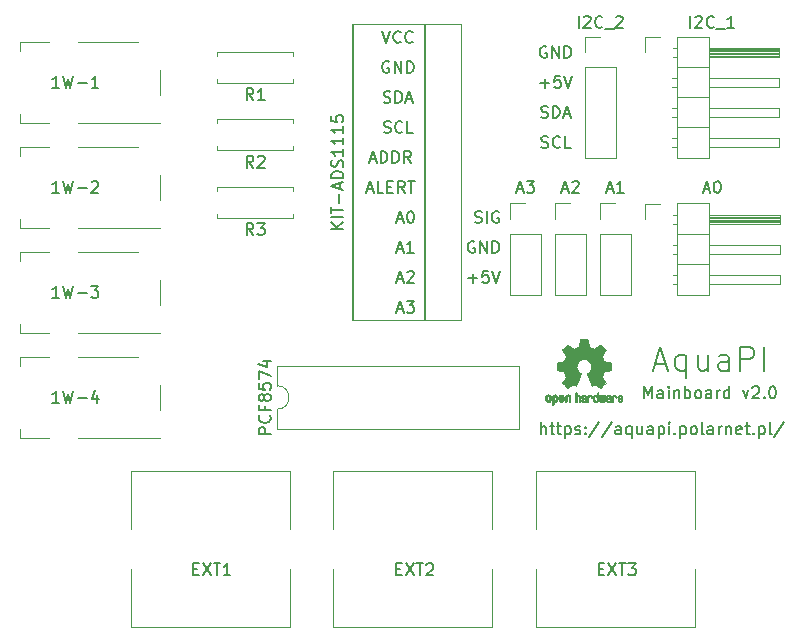
<source format=gto>
G04 #@! TF.GenerationSoftware,KiCad,Pcbnew,(5.1.5)-3*
G04 #@! TF.CreationDate,2020-05-01T12:00:19+02:00*
G04 #@! TF.ProjectId,Main,4d61696e-2e6b-4696-9361-645f70636258,rev?*
G04 #@! TF.SameCoordinates,Original*
G04 #@! TF.FileFunction,Legend,Top*
G04 #@! TF.FilePolarity,Positive*
%FSLAX46Y46*%
G04 Gerber Fmt 4.6, Leading zero omitted, Abs format (unit mm)*
G04 Created by KiCad (PCBNEW (5.1.5)-3) date 2020-05-01 12:00:19*
%MOMM*%
%LPD*%
G04 APERTURE LIST*
%ADD10C,0.150000*%
%ADD11C,0.200000*%
%ADD12C,0.010000*%
%ADD13C,0.120000*%
G04 APERTURE END LIST*
D10*
X243253904Y-137104380D02*
X243253904Y-136104380D01*
X243682476Y-137104380D02*
X243682476Y-136580571D01*
X243634857Y-136485333D01*
X243539619Y-136437714D01*
X243396761Y-136437714D01*
X243301523Y-136485333D01*
X243253904Y-136532952D01*
X244015809Y-136437714D02*
X244396761Y-136437714D01*
X244158666Y-136104380D02*
X244158666Y-136961523D01*
X244206285Y-137056761D01*
X244301523Y-137104380D01*
X244396761Y-137104380D01*
X244587238Y-136437714D02*
X244968190Y-136437714D01*
X244730095Y-136104380D02*
X244730095Y-136961523D01*
X244777714Y-137056761D01*
X244872952Y-137104380D01*
X244968190Y-137104380D01*
X245301523Y-136437714D02*
X245301523Y-137437714D01*
X245301523Y-136485333D02*
X245396761Y-136437714D01*
X245587238Y-136437714D01*
X245682476Y-136485333D01*
X245730095Y-136532952D01*
X245777714Y-136628190D01*
X245777714Y-136913904D01*
X245730095Y-137009142D01*
X245682476Y-137056761D01*
X245587238Y-137104380D01*
X245396761Y-137104380D01*
X245301523Y-137056761D01*
X246158666Y-137056761D02*
X246253904Y-137104380D01*
X246444380Y-137104380D01*
X246539619Y-137056761D01*
X246587238Y-136961523D01*
X246587238Y-136913904D01*
X246539619Y-136818666D01*
X246444380Y-136771047D01*
X246301523Y-136771047D01*
X246206285Y-136723428D01*
X246158666Y-136628190D01*
X246158666Y-136580571D01*
X246206285Y-136485333D01*
X246301523Y-136437714D01*
X246444380Y-136437714D01*
X246539619Y-136485333D01*
X247015809Y-137009142D02*
X247063428Y-137056761D01*
X247015809Y-137104380D01*
X246968190Y-137056761D01*
X247015809Y-137009142D01*
X247015809Y-137104380D01*
X247015809Y-136485333D02*
X247063428Y-136532952D01*
X247015809Y-136580571D01*
X246968190Y-136532952D01*
X247015809Y-136485333D01*
X247015809Y-136580571D01*
X248206285Y-136056761D02*
X247349142Y-137342476D01*
X249253904Y-136056761D02*
X248396761Y-137342476D01*
X250015809Y-137104380D02*
X250015809Y-136580571D01*
X249968190Y-136485333D01*
X249872952Y-136437714D01*
X249682476Y-136437714D01*
X249587238Y-136485333D01*
X250015809Y-137056761D02*
X249920571Y-137104380D01*
X249682476Y-137104380D01*
X249587238Y-137056761D01*
X249539619Y-136961523D01*
X249539619Y-136866285D01*
X249587238Y-136771047D01*
X249682476Y-136723428D01*
X249920571Y-136723428D01*
X250015809Y-136675809D01*
X250920571Y-136437714D02*
X250920571Y-137437714D01*
X250920571Y-137056761D02*
X250825333Y-137104380D01*
X250634857Y-137104380D01*
X250539619Y-137056761D01*
X250492000Y-137009142D01*
X250444380Y-136913904D01*
X250444380Y-136628190D01*
X250492000Y-136532952D01*
X250539619Y-136485333D01*
X250634857Y-136437714D01*
X250825333Y-136437714D01*
X250920571Y-136485333D01*
X251825333Y-136437714D02*
X251825333Y-137104380D01*
X251396761Y-136437714D02*
X251396761Y-136961523D01*
X251444380Y-137056761D01*
X251539619Y-137104380D01*
X251682476Y-137104380D01*
X251777714Y-137056761D01*
X251825333Y-137009142D01*
X252730095Y-137104380D02*
X252730095Y-136580571D01*
X252682476Y-136485333D01*
X252587238Y-136437714D01*
X252396761Y-136437714D01*
X252301523Y-136485333D01*
X252730095Y-137056761D02*
X252634857Y-137104380D01*
X252396761Y-137104380D01*
X252301523Y-137056761D01*
X252253904Y-136961523D01*
X252253904Y-136866285D01*
X252301523Y-136771047D01*
X252396761Y-136723428D01*
X252634857Y-136723428D01*
X252730095Y-136675809D01*
X253206285Y-136437714D02*
X253206285Y-137437714D01*
X253206285Y-136485333D02*
X253301523Y-136437714D01*
X253492000Y-136437714D01*
X253587238Y-136485333D01*
X253634857Y-136532952D01*
X253682476Y-136628190D01*
X253682476Y-136913904D01*
X253634857Y-137009142D01*
X253587238Y-137056761D01*
X253492000Y-137104380D01*
X253301523Y-137104380D01*
X253206285Y-137056761D01*
X254111047Y-137104380D02*
X254111047Y-136437714D01*
X254111047Y-136104380D02*
X254063428Y-136152000D01*
X254111047Y-136199619D01*
X254158666Y-136152000D01*
X254111047Y-136104380D01*
X254111047Y-136199619D01*
X254587238Y-137009142D02*
X254634857Y-137056761D01*
X254587238Y-137104380D01*
X254539619Y-137056761D01*
X254587238Y-137009142D01*
X254587238Y-137104380D01*
X255063428Y-136437714D02*
X255063428Y-137437714D01*
X255063428Y-136485333D02*
X255158666Y-136437714D01*
X255349142Y-136437714D01*
X255444380Y-136485333D01*
X255492000Y-136532952D01*
X255539619Y-136628190D01*
X255539619Y-136913904D01*
X255492000Y-137009142D01*
X255444380Y-137056761D01*
X255349142Y-137104380D01*
X255158666Y-137104380D01*
X255063428Y-137056761D01*
X256111047Y-137104380D02*
X256015809Y-137056761D01*
X255968190Y-137009142D01*
X255920571Y-136913904D01*
X255920571Y-136628190D01*
X255968190Y-136532952D01*
X256015809Y-136485333D01*
X256111047Y-136437714D01*
X256253904Y-136437714D01*
X256349142Y-136485333D01*
X256396761Y-136532952D01*
X256444380Y-136628190D01*
X256444380Y-136913904D01*
X256396761Y-137009142D01*
X256349142Y-137056761D01*
X256253904Y-137104380D01*
X256111047Y-137104380D01*
X257015809Y-137104380D02*
X256920571Y-137056761D01*
X256872952Y-136961523D01*
X256872952Y-136104380D01*
X257825333Y-137104380D02*
X257825333Y-136580571D01*
X257777714Y-136485333D01*
X257682476Y-136437714D01*
X257492000Y-136437714D01*
X257396761Y-136485333D01*
X257825333Y-137056761D02*
X257730095Y-137104380D01*
X257492000Y-137104380D01*
X257396761Y-137056761D01*
X257349142Y-136961523D01*
X257349142Y-136866285D01*
X257396761Y-136771047D01*
X257492000Y-136723428D01*
X257730095Y-136723428D01*
X257825333Y-136675809D01*
X258301523Y-137104380D02*
X258301523Y-136437714D01*
X258301523Y-136628190D02*
X258349142Y-136532952D01*
X258396761Y-136485333D01*
X258492000Y-136437714D01*
X258587238Y-136437714D01*
X258920571Y-136437714D02*
X258920571Y-137104380D01*
X258920571Y-136532952D02*
X258968190Y-136485333D01*
X259063428Y-136437714D01*
X259206285Y-136437714D01*
X259301523Y-136485333D01*
X259349142Y-136580571D01*
X259349142Y-137104380D01*
X260206285Y-137056761D02*
X260111047Y-137104380D01*
X259920571Y-137104380D01*
X259825333Y-137056761D01*
X259777714Y-136961523D01*
X259777714Y-136580571D01*
X259825333Y-136485333D01*
X259920571Y-136437714D01*
X260111047Y-136437714D01*
X260206285Y-136485333D01*
X260253904Y-136580571D01*
X260253904Y-136675809D01*
X259777714Y-136771047D01*
X260539619Y-136437714D02*
X260920571Y-136437714D01*
X260682476Y-136104380D02*
X260682476Y-136961523D01*
X260730095Y-137056761D01*
X260825333Y-137104380D01*
X260920571Y-137104380D01*
X261253904Y-137009142D02*
X261301523Y-137056761D01*
X261253904Y-137104380D01*
X261206285Y-137056761D01*
X261253904Y-137009142D01*
X261253904Y-137104380D01*
X261730095Y-136437714D02*
X261730095Y-137437714D01*
X261730095Y-136485333D02*
X261825333Y-136437714D01*
X262015809Y-136437714D01*
X262111047Y-136485333D01*
X262158666Y-136532952D01*
X262206285Y-136628190D01*
X262206285Y-136913904D01*
X262158666Y-137009142D01*
X262111047Y-137056761D01*
X262015809Y-137104380D01*
X261825333Y-137104380D01*
X261730095Y-137056761D01*
X262777714Y-137104380D02*
X262682476Y-137056761D01*
X262634857Y-136961523D01*
X262634857Y-136104380D01*
X263872952Y-136056761D02*
X263015809Y-137342476D01*
X252008380Y-134056380D02*
X252008380Y-133056380D01*
X252341714Y-133770666D01*
X252675047Y-133056380D01*
X252675047Y-134056380D01*
X253579809Y-134056380D02*
X253579809Y-133532571D01*
X253532190Y-133437333D01*
X253436952Y-133389714D01*
X253246476Y-133389714D01*
X253151238Y-133437333D01*
X253579809Y-134008761D02*
X253484571Y-134056380D01*
X253246476Y-134056380D01*
X253151238Y-134008761D01*
X253103619Y-133913523D01*
X253103619Y-133818285D01*
X253151238Y-133723047D01*
X253246476Y-133675428D01*
X253484571Y-133675428D01*
X253579809Y-133627809D01*
X254056000Y-134056380D02*
X254056000Y-133389714D01*
X254056000Y-133056380D02*
X254008380Y-133104000D01*
X254056000Y-133151619D01*
X254103619Y-133104000D01*
X254056000Y-133056380D01*
X254056000Y-133151619D01*
X254532190Y-133389714D02*
X254532190Y-134056380D01*
X254532190Y-133484952D02*
X254579809Y-133437333D01*
X254675047Y-133389714D01*
X254817904Y-133389714D01*
X254913142Y-133437333D01*
X254960761Y-133532571D01*
X254960761Y-134056380D01*
X255436952Y-134056380D02*
X255436952Y-133056380D01*
X255436952Y-133437333D02*
X255532190Y-133389714D01*
X255722666Y-133389714D01*
X255817904Y-133437333D01*
X255865523Y-133484952D01*
X255913142Y-133580190D01*
X255913142Y-133865904D01*
X255865523Y-133961142D01*
X255817904Y-134008761D01*
X255722666Y-134056380D01*
X255532190Y-134056380D01*
X255436952Y-134008761D01*
X256484571Y-134056380D02*
X256389333Y-134008761D01*
X256341714Y-133961142D01*
X256294095Y-133865904D01*
X256294095Y-133580190D01*
X256341714Y-133484952D01*
X256389333Y-133437333D01*
X256484571Y-133389714D01*
X256627428Y-133389714D01*
X256722666Y-133437333D01*
X256770285Y-133484952D01*
X256817904Y-133580190D01*
X256817904Y-133865904D01*
X256770285Y-133961142D01*
X256722666Y-134008761D01*
X256627428Y-134056380D01*
X256484571Y-134056380D01*
X257675047Y-134056380D02*
X257675047Y-133532571D01*
X257627428Y-133437333D01*
X257532190Y-133389714D01*
X257341714Y-133389714D01*
X257246476Y-133437333D01*
X257675047Y-134008761D02*
X257579809Y-134056380D01*
X257341714Y-134056380D01*
X257246476Y-134008761D01*
X257198857Y-133913523D01*
X257198857Y-133818285D01*
X257246476Y-133723047D01*
X257341714Y-133675428D01*
X257579809Y-133675428D01*
X257675047Y-133627809D01*
X258151238Y-134056380D02*
X258151238Y-133389714D01*
X258151238Y-133580190D02*
X258198857Y-133484952D01*
X258246476Y-133437333D01*
X258341714Y-133389714D01*
X258436952Y-133389714D01*
X259198857Y-134056380D02*
X259198857Y-133056380D01*
X259198857Y-134008761D02*
X259103619Y-134056380D01*
X258913142Y-134056380D01*
X258817904Y-134008761D01*
X258770285Y-133961142D01*
X258722666Y-133865904D01*
X258722666Y-133580190D01*
X258770285Y-133484952D01*
X258817904Y-133437333D01*
X258913142Y-133389714D01*
X259103619Y-133389714D01*
X259198857Y-133437333D01*
X260341714Y-133389714D02*
X260579809Y-134056380D01*
X260817904Y-133389714D01*
X261151238Y-133151619D02*
X261198857Y-133104000D01*
X261294095Y-133056380D01*
X261532190Y-133056380D01*
X261627428Y-133104000D01*
X261675047Y-133151619D01*
X261722666Y-133246857D01*
X261722666Y-133342095D01*
X261675047Y-133484952D01*
X261103619Y-134056380D01*
X261722666Y-134056380D01*
X262151238Y-133961142D02*
X262198857Y-134008761D01*
X262151238Y-134056380D01*
X262103619Y-134008761D01*
X262151238Y-133961142D01*
X262151238Y-134056380D01*
X262817904Y-133056380D02*
X262913142Y-133056380D01*
X263008380Y-133104000D01*
X263056000Y-133151619D01*
X263103619Y-133246857D01*
X263151238Y-133437333D01*
X263151238Y-133675428D01*
X263103619Y-133865904D01*
X263056000Y-133961142D01*
X263008380Y-134008761D01*
X262913142Y-134056380D01*
X262817904Y-134056380D01*
X262722666Y-134008761D01*
X262675047Y-133961142D01*
X262627428Y-133865904D01*
X262579809Y-133675428D01*
X262579809Y-133437333D01*
X262627428Y-133246857D01*
X262675047Y-133151619D01*
X262722666Y-133104000D01*
X262817904Y-133056380D01*
X252889333Y-131143333D02*
X253841714Y-131143333D01*
X252698857Y-131714761D02*
X253365523Y-129714761D01*
X254032190Y-131714761D01*
X255556000Y-130381428D02*
X255556000Y-132381428D01*
X255556000Y-131619523D02*
X255365523Y-131714761D01*
X254984571Y-131714761D01*
X254794095Y-131619523D01*
X254698857Y-131524285D01*
X254603619Y-131333809D01*
X254603619Y-130762380D01*
X254698857Y-130571904D01*
X254794095Y-130476666D01*
X254984571Y-130381428D01*
X255365523Y-130381428D01*
X255556000Y-130476666D01*
X257365523Y-130381428D02*
X257365523Y-131714761D01*
X256508380Y-130381428D02*
X256508380Y-131429047D01*
X256603619Y-131619523D01*
X256794095Y-131714761D01*
X257079809Y-131714761D01*
X257270285Y-131619523D01*
X257365523Y-131524285D01*
X259175047Y-131714761D02*
X259175047Y-130667142D01*
X259079809Y-130476666D01*
X258889333Y-130381428D01*
X258508380Y-130381428D01*
X258317904Y-130476666D01*
X259175047Y-131619523D02*
X258984571Y-131714761D01*
X258508380Y-131714761D01*
X258317904Y-131619523D01*
X258222666Y-131429047D01*
X258222666Y-131238571D01*
X258317904Y-131048095D01*
X258508380Y-130952857D01*
X258984571Y-130952857D01*
X259175047Y-130857619D01*
X260127428Y-131714761D02*
X260127428Y-129714761D01*
X260889333Y-129714761D01*
X261079809Y-129810000D01*
X261175047Y-129905238D01*
X261270285Y-130095714D01*
X261270285Y-130381428D01*
X261175047Y-130571904D01*
X261079809Y-130667142D01*
X260889333Y-130762380D01*
X260127428Y-130762380D01*
X262127428Y-131714761D02*
X262127428Y-129714761D01*
D11*
X237661904Y-119149761D02*
X237804761Y-119197380D01*
X238042857Y-119197380D01*
X238138095Y-119149761D01*
X238185714Y-119102142D01*
X238233333Y-119006904D01*
X238233333Y-118911666D01*
X238185714Y-118816428D01*
X238138095Y-118768809D01*
X238042857Y-118721190D01*
X237852380Y-118673571D01*
X237757142Y-118625952D01*
X237709523Y-118578333D01*
X237661904Y-118483095D01*
X237661904Y-118387857D01*
X237709523Y-118292619D01*
X237757142Y-118245000D01*
X237852380Y-118197380D01*
X238090476Y-118197380D01*
X238233333Y-118245000D01*
X238661904Y-119197380D02*
X238661904Y-118197380D01*
X239661904Y-118245000D02*
X239566666Y-118197380D01*
X239423809Y-118197380D01*
X239280952Y-118245000D01*
X239185714Y-118340238D01*
X239138095Y-118435476D01*
X239090476Y-118625952D01*
X239090476Y-118768809D01*
X239138095Y-118959285D01*
X239185714Y-119054523D01*
X239280952Y-119149761D01*
X239423809Y-119197380D01*
X239519047Y-119197380D01*
X239661904Y-119149761D01*
X239709523Y-119102142D01*
X239709523Y-118768809D01*
X239519047Y-118768809D01*
X237090476Y-123896428D02*
X237852380Y-123896428D01*
X237471428Y-124277380D02*
X237471428Y-123515476D01*
X238804761Y-123277380D02*
X238328571Y-123277380D01*
X238280952Y-123753571D01*
X238328571Y-123705952D01*
X238423809Y-123658333D01*
X238661904Y-123658333D01*
X238757142Y-123705952D01*
X238804761Y-123753571D01*
X238852380Y-123848809D01*
X238852380Y-124086904D01*
X238804761Y-124182142D01*
X238757142Y-124229761D01*
X238661904Y-124277380D01*
X238423809Y-124277380D01*
X238328571Y-124229761D01*
X238280952Y-124182142D01*
X239138095Y-123277380D02*
X239471428Y-124277380D01*
X239804761Y-123277380D01*
X237614285Y-120785000D02*
X237519047Y-120737380D01*
X237376190Y-120737380D01*
X237233333Y-120785000D01*
X237138095Y-120880238D01*
X237090476Y-120975476D01*
X237042857Y-121165952D01*
X237042857Y-121308809D01*
X237090476Y-121499285D01*
X237138095Y-121594523D01*
X237233333Y-121689761D01*
X237376190Y-121737380D01*
X237471428Y-121737380D01*
X237614285Y-121689761D01*
X237661904Y-121642142D01*
X237661904Y-121308809D01*
X237471428Y-121308809D01*
X238090476Y-121737380D02*
X238090476Y-120737380D01*
X238661904Y-121737380D01*
X238661904Y-120737380D01*
X239138095Y-121737380D02*
X239138095Y-120737380D01*
X239376190Y-120737380D01*
X239519047Y-120785000D01*
X239614285Y-120880238D01*
X239661904Y-120975476D01*
X239709523Y-121165952D01*
X239709523Y-121308809D01*
X239661904Y-121499285D01*
X239614285Y-121594523D01*
X239519047Y-121689761D01*
X239376190Y-121737380D01*
X239138095Y-121737380D01*
X243284523Y-112799761D02*
X243427380Y-112847380D01*
X243665476Y-112847380D01*
X243760714Y-112799761D01*
X243808333Y-112752142D01*
X243855952Y-112656904D01*
X243855952Y-112561666D01*
X243808333Y-112466428D01*
X243760714Y-112418809D01*
X243665476Y-112371190D01*
X243475000Y-112323571D01*
X243379761Y-112275952D01*
X243332142Y-112228333D01*
X243284523Y-112133095D01*
X243284523Y-112037857D01*
X243332142Y-111942619D01*
X243379761Y-111895000D01*
X243475000Y-111847380D01*
X243713095Y-111847380D01*
X243855952Y-111895000D01*
X244855952Y-112752142D02*
X244808333Y-112799761D01*
X244665476Y-112847380D01*
X244570238Y-112847380D01*
X244427380Y-112799761D01*
X244332142Y-112704523D01*
X244284523Y-112609285D01*
X244236904Y-112418809D01*
X244236904Y-112275952D01*
X244284523Y-112085476D01*
X244332142Y-111990238D01*
X244427380Y-111895000D01*
X244570238Y-111847380D01*
X244665476Y-111847380D01*
X244808333Y-111895000D01*
X244855952Y-111942619D01*
X245760714Y-112847380D02*
X245284523Y-112847380D01*
X245284523Y-111847380D01*
X243260714Y-110259761D02*
X243403571Y-110307380D01*
X243641666Y-110307380D01*
X243736904Y-110259761D01*
X243784523Y-110212142D01*
X243832142Y-110116904D01*
X243832142Y-110021666D01*
X243784523Y-109926428D01*
X243736904Y-109878809D01*
X243641666Y-109831190D01*
X243451190Y-109783571D01*
X243355952Y-109735952D01*
X243308333Y-109688333D01*
X243260714Y-109593095D01*
X243260714Y-109497857D01*
X243308333Y-109402619D01*
X243355952Y-109355000D01*
X243451190Y-109307380D01*
X243689285Y-109307380D01*
X243832142Y-109355000D01*
X244260714Y-110307380D02*
X244260714Y-109307380D01*
X244498809Y-109307380D01*
X244641666Y-109355000D01*
X244736904Y-109450238D01*
X244784523Y-109545476D01*
X244832142Y-109735952D01*
X244832142Y-109878809D01*
X244784523Y-110069285D01*
X244736904Y-110164523D01*
X244641666Y-110259761D01*
X244498809Y-110307380D01*
X244260714Y-110307380D01*
X245213095Y-110021666D02*
X245689285Y-110021666D01*
X245117857Y-110307380D02*
X245451190Y-109307380D01*
X245784523Y-110307380D01*
X243189285Y-107386428D02*
X243951190Y-107386428D01*
X243570238Y-107767380D02*
X243570238Y-107005476D01*
X244903571Y-106767380D02*
X244427380Y-106767380D01*
X244379761Y-107243571D01*
X244427380Y-107195952D01*
X244522619Y-107148333D01*
X244760714Y-107148333D01*
X244855952Y-107195952D01*
X244903571Y-107243571D01*
X244951190Y-107338809D01*
X244951190Y-107576904D01*
X244903571Y-107672142D01*
X244855952Y-107719761D01*
X244760714Y-107767380D01*
X244522619Y-107767380D01*
X244427380Y-107719761D01*
X244379761Y-107672142D01*
X245236904Y-106767380D02*
X245570238Y-107767380D01*
X245903571Y-106767380D01*
X243713095Y-104275000D02*
X243617857Y-104227380D01*
X243475000Y-104227380D01*
X243332142Y-104275000D01*
X243236904Y-104370238D01*
X243189285Y-104465476D01*
X243141666Y-104655952D01*
X243141666Y-104798809D01*
X243189285Y-104989285D01*
X243236904Y-105084523D01*
X243332142Y-105179761D01*
X243475000Y-105227380D01*
X243570238Y-105227380D01*
X243713095Y-105179761D01*
X243760714Y-105132142D01*
X243760714Y-104798809D01*
X243570238Y-104798809D01*
X244189285Y-105227380D02*
X244189285Y-104227380D01*
X244760714Y-105227380D01*
X244760714Y-104227380D01*
X245236904Y-105227380D02*
X245236904Y-104227380D01*
X245475000Y-104227380D01*
X245617857Y-104275000D01*
X245713095Y-104370238D01*
X245760714Y-104465476D01*
X245808333Y-104655952D01*
X245808333Y-104798809D01*
X245760714Y-104989285D01*
X245713095Y-105084523D01*
X245617857Y-105179761D01*
X245475000Y-105227380D01*
X245236904Y-105227380D01*
D12*
G36*
X244487744Y-133745918D02*
G01*
X244543201Y-133773568D01*
X244592148Y-133824480D01*
X244605629Y-133843338D01*
X244620314Y-133868015D01*
X244629842Y-133894816D01*
X244635293Y-133930587D01*
X244637747Y-133982169D01*
X244638286Y-134050267D01*
X244635852Y-134143588D01*
X244627394Y-134213657D01*
X244611174Y-134265931D01*
X244585454Y-134305869D01*
X244548497Y-134338929D01*
X244545782Y-134340886D01*
X244509360Y-134360908D01*
X244465502Y-134370815D01*
X244409724Y-134373257D01*
X244319048Y-134373257D01*
X244319010Y-134461283D01*
X244318166Y-134510308D01*
X244313024Y-134539065D01*
X244299587Y-134556311D01*
X244273858Y-134570808D01*
X244267679Y-134573769D01*
X244238764Y-134587648D01*
X244216376Y-134596414D01*
X244199729Y-134597171D01*
X244188036Y-134587023D01*
X244180510Y-134563073D01*
X244176366Y-134522426D01*
X244174815Y-134462186D01*
X244175071Y-134379455D01*
X244176349Y-134271339D01*
X244176748Y-134239000D01*
X244178185Y-134127524D01*
X244179472Y-134054603D01*
X244318971Y-134054603D01*
X244319755Y-134116499D01*
X244323240Y-134156997D01*
X244331124Y-134183708D01*
X244345105Y-134204244D01*
X244354597Y-134214260D01*
X244393404Y-134243567D01*
X244427763Y-134245952D01*
X244463216Y-134221750D01*
X244464114Y-134220857D01*
X244478539Y-134202153D01*
X244487313Y-134176732D01*
X244491739Y-134137584D01*
X244493118Y-134077697D01*
X244493143Y-134064430D01*
X244489812Y-133981901D01*
X244478969Y-133924691D01*
X244459340Y-133889766D01*
X244429650Y-133874094D01*
X244412491Y-133872514D01*
X244371766Y-133879926D01*
X244343832Y-133904330D01*
X244327017Y-133948980D01*
X244319650Y-134017130D01*
X244318971Y-134054603D01*
X244179472Y-134054603D01*
X244179708Y-134041245D01*
X244181677Y-133976333D01*
X244184450Y-133928958D01*
X244188388Y-133895290D01*
X244193849Y-133871498D01*
X244201192Y-133853753D01*
X244210777Y-133838224D01*
X244214887Y-133832381D01*
X244269405Y-133777185D01*
X244338336Y-133745890D01*
X244418072Y-133737165D01*
X244487744Y-133745918D01*
G37*
X244487744Y-133745918D02*
X244543201Y-133773568D01*
X244592148Y-133824480D01*
X244605629Y-133843338D01*
X244620314Y-133868015D01*
X244629842Y-133894816D01*
X244635293Y-133930587D01*
X244637747Y-133982169D01*
X244638286Y-134050267D01*
X244635852Y-134143588D01*
X244627394Y-134213657D01*
X244611174Y-134265931D01*
X244585454Y-134305869D01*
X244548497Y-134338929D01*
X244545782Y-134340886D01*
X244509360Y-134360908D01*
X244465502Y-134370815D01*
X244409724Y-134373257D01*
X244319048Y-134373257D01*
X244319010Y-134461283D01*
X244318166Y-134510308D01*
X244313024Y-134539065D01*
X244299587Y-134556311D01*
X244273858Y-134570808D01*
X244267679Y-134573769D01*
X244238764Y-134587648D01*
X244216376Y-134596414D01*
X244199729Y-134597171D01*
X244188036Y-134587023D01*
X244180510Y-134563073D01*
X244176366Y-134522426D01*
X244174815Y-134462186D01*
X244175071Y-134379455D01*
X244176349Y-134271339D01*
X244176748Y-134239000D01*
X244178185Y-134127524D01*
X244179472Y-134054603D01*
X244318971Y-134054603D01*
X244319755Y-134116499D01*
X244323240Y-134156997D01*
X244331124Y-134183708D01*
X244345105Y-134204244D01*
X244354597Y-134214260D01*
X244393404Y-134243567D01*
X244427763Y-134245952D01*
X244463216Y-134221750D01*
X244464114Y-134220857D01*
X244478539Y-134202153D01*
X244487313Y-134176732D01*
X244491739Y-134137584D01*
X244493118Y-134077697D01*
X244493143Y-134064430D01*
X244489812Y-133981901D01*
X244478969Y-133924691D01*
X244459340Y-133889766D01*
X244429650Y-133874094D01*
X244412491Y-133872514D01*
X244371766Y-133879926D01*
X244343832Y-133904330D01*
X244327017Y-133948980D01*
X244319650Y-134017130D01*
X244318971Y-134054603D01*
X244179472Y-134054603D01*
X244179708Y-134041245D01*
X244181677Y-133976333D01*
X244184450Y-133928958D01*
X244188388Y-133895290D01*
X244193849Y-133871498D01*
X244201192Y-133853753D01*
X244210777Y-133838224D01*
X244214887Y-133832381D01*
X244269405Y-133777185D01*
X244338336Y-133745890D01*
X244418072Y-133737165D01*
X244487744Y-133745918D01*
G36*
X245604093Y-133753780D02*
G01*
X245650672Y-133780723D01*
X245683057Y-133807466D01*
X245706742Y-133835484D01*
X245723059Y-133869748D01*
X245733339Y-133915227D01*
X245738914Y-133976892D01*
X245741116Y-134059711D01*
X245741371Y-134119246D01*
X245741371Y-134338391D01*
X245679686Y-134366044D01*
X245618000Y-134393697D01*
X245610743Y-134153670D01*
X245607744Y-134064028D01*
X245604598Y-133998962D01*
X245600701Y-133954026D01*
X245595447Y-133924770D01*
X245588231Y-133906748D01*
X245578450Y-133895511D01*
X245575312Y-133893079D01*
X245527761Y-133874083D01*
X245479697Y-133881600D01*
X245451086Y-133901543D01*
X245439447Y-133915675D01*
X245431391Y-133934220D01*
X245426271Y-133962334D01*
X245423441Y-134005173D01*
X245422256Y-134067895D01*
X245422057Y-134133261D01*
X245422018Y-134215268D01*
X245420614Y-134273316D01*
X245415914Y-134312465D01*
X245405987Y-134337780D01*
X245388903Y-134354323D01*
X245362732Y-134367156D01*
X245327775Y-134380491D01*
X245289596Y-134395007D01*
X245294141Y-134137389D01*
X245295971Y-134044519D01*
X245298112Y-133975889D01*
X245301181Y-133926711D01*
X245305794Y-133892198D01*
X245312568Y-133867562D01*
X245322119Y-133848016D01*
X245333634Y-133830770D01*
X245389190Y-133775680D01*
X245456980Y-133743822D01*
X245530713Y-133736191D01*
X245604093Y-133753780D01*
G37*
X245604093Y-133753780D02*
X245650672Y-133780723D01*
X245683057Y-133807466D01*
X245706742Y-133835484D01*
X245723059Y-133869748D01*
X245733339Y-133915227D01*
X245738914Y-133976892D01*
X245741116Y-134059711D01*
X245741371Y-134119246D01*
X245741371Y-134338391D01*
X245679686Y-134366044D01*
X245618000Y-134393697D01*
X245610743Y-134153670D01*
X245607744Y-134064028D01*
X245604598Y-133998962D01*
X245600701Y-133954026D01*
X245595447Y-133924770D01*
X245588231Y-133906748D01*
X245578450Y-133895511D01*
X245575312Y-133893079D01*
X245527761Y-133874083D01*
X245479697Y-133881600D01*
X245451086Y-133901543D01*
X245439447Y-133915675D01*
X245431391Y-133934220D01*
X245426271Y-133962334D01*
X245423441Y-134005173D01*
X245422256Y-134067895D01*
X245422057Y-134133261D01*
X245422018Y-134215268D01*
X245420614Y-134273316D01*
X245415914Y-134312465D01*
X245405987Y-134337780D01*
X245388903Y-134354323D01*
X245362732Y-134367156D01*
X245327775Y-134380491D01*
X245289596Y-134395007D01*
X245294141Y-134137389D01*
X245295971Y-134044519D01*
X245298112Y-133975889D01*
X245301181Y-133926711D01*
X245305794Y-133892198D01*
X245312568Y-133867562D01*
X245322119Y-133848016D01*
X245333634Y-133830770D01*
X245389190Y-133775680D01*
X245456980Y-133743822D01*
X245530713Y-133736191D01*
X245604093Y-133753780D01*
G36*
X243929115Y-133747962D02*
G01*
X243997145Y-133783733D01*
X244047351Y-133841301D01*
X244065185Y-133878312D01*
X244079063Y-133933882D01*
X244086167Y-134004096D01*
X244086840Y-134080727D01*
X244081427Y-134155552D01*
X244070270Y-134220342D01*
X244053714Y-134266873D01*
X244048626Y-134274887D01*
X243988355Y-134334707D01*
X243916769Y-134370535D01*
X243839092Y-134381020D01*
X243760548Y-134364810D01*
X243738689Y-134355092D01*
X243696122Y-134325143D01*
X243658763Y-134285433D01*
X243655232Y-134280397D01*
X243640881Y-134256124D01*
X243631394Y-134230178D01*
X243625790Y-134196022D01*
X243623086Y-134147119D01*
X243622299Y-134076935D01*
X243622286Y-134061200D01*
X243622322Y-134056192D01*
X243767429Y-134056192D01*
X243768273Y-134122430D01*
X243771596Y-134166386D01*
X243778583Y-134194779D01*
X243790416Y-134214325D01*
X243796457Y-134220857D01*
X243831186Y-134245680D01*
X243864903Y-134244548D01*
X243898995Y-134223016D01*
X243919329Y-134200029D01*
X243931371Y-134166478D01*
X243938134Y-134113569D01*
X243938598Y-134107399D01*
X243939752Y-134011513D01*
X243927688Y-133940299D01*
X243902570Y-133894194D01*
X243864560Y-133873635D01*
X243850992Y-133872514D01*
X243815364Y-133878152D01*
X243790994Y-133897686D01*
X243776093Y-133935042D01*
X243768875Y-133994150D01*
X243767429Y-134056192D01*
X243622322Y-134056192D01*
X243622826Y-133986413D01*
X243625096Y-133934159D01*
X243630068Y-133897949D01*
X243638713Y-133871299D01*
X243652005Y-133847722D01*
X243654943Y-133843338D01*
X243704313Y-133784249D01*
X243758109Y-133749947D01*
X243823602Y-133736331D01*
X243845842Y-133735665D01*
X243929115Y-133747962D01*
G37*
X243929115Y-133747962D02*
X243997145Y-133783733D01*
X244047351Y-133841301D01*
X244065185Y-133878312D01*
X244079063Y-133933882D01*
X244086167Y-134004096D01*
X244086840Y-134080727D01*
X244081427Y-134155552D01*
X244070270Y-134220342D01*
X244053714Y-134266873D01*
X244048626Y-134274887D01*
X243988355Y-134334707D01*
X243916769Y-134370535D01*
X243839092Y-134381020D01*
X243760548Y-134364810D01*
X243738689Y-134355092D01*
X243696122Y-134325143D01*
X243658763Y-134285433D01*
X243655232Y-134280397D01*
X243640881Y-134256124D01*
X243631394Y-134230178D01*
X243625790Y-134196022D01*
X243623086Y-134147119D01*
X243622299Y-134076935D01*
X243622286Y-134061200D01*
X243622322Y-134056192D01*
X243767429Y-134056192D01*
X243768273Y-134122430D01*
X243771596Y-134166386D01*
X243778583Y-134194779D01*
X243790416Y-134214325D01*
X243796457Y-134220857D01*
X243831186Y-134245680D01*
X243864903Y-134244548D01*
X243898995Y-134223016D01*
X243919329Y-134200029D01*
X243931371Y-134166478D01*
X243938134Y-134113569D01*
X243938598Y-134107399D01*
X243939752Y-134011513D01*
X243927688Y-133940299D01*
X243902570Y-133894194D01*
X243864560Y-133873635D01*
X243850992Y-133872514D01*
X243815364Y-133878152D01*
X243790994Y-133897686D01*
X243776093Y-133935042D01*
X243768875Y-133994150D01*
X243767429Y-134056192D01*
X243622322Y-134056192D01*
X243622826Y-133986413D01*
X243625096Y-133934159D01*
X243630068Y-133897949D01*
X243638713Y-133871299D01*
X243652005Y-133847722D01*
X243654943Y-133843338D01*
X243704313Y-133784249D01*
X243758109Y-133749947D01*
X243823602Y-133736331D01*
X243845842Y-133735665D01*
X243929115Y-133747962D01*
G36*
X245056303Y-133757239D02*
G01*
X245113527Y-133795735D01*
X245157749Y-133851335D01*
X245184167Y-133922086D01*
X245189510Y-133974162D01*
X245188903Y-133995893D01*
X245183822Y-134012531D01*
X245169855Y-134027437D01*
X245142589Y-134043973D01*
X245097612Y-134065498D01*
X245030511Y-134095374D01*
X245030171Y-134095524D01*
X244968407Y-134123813D01*
X244917759Y-134148933D01*
X244883404Y-134168179D01*
X244870518Y-134178848D01*
X244870514Y-134178934D01*
X244881872Y-134202166D01*
X244908431Y-134227774D01*
X244938923Y-134246221D01*
X244954370Y-134249886D01*
X244996515Y-134237212D01*
X245032808Y-134205471D01*
X245050517Y-134170572D01*
X245067552Y-134144845D01*
X245100922Y-134115546D01*
X245140149Y-134090235D01*
X245174756Y-134076471D01*
X245181993Y-134075714D01*
X245190139Y-134088160D01*
X245190630Y-134119972D01*
X245184643Y-134162866D01*
X245173357Y-134208558D01*
X245157950Y-134248761D01*
X245157171Y-134250322D01*
X245110804Y-134315062D01*
X245050711Y-134359097D01*
X244982465Y-134380711D01*
X244911638Y-134378185D01*
X244843804Y-134349804D01*
X244840788Y-134347808D01*
X244787427Y-134299448D01*
X244752340Y-134236352D01*
X244732922Y-134153387D01*
X244730316Y-134130078D01*
X244725701Y-134020055D01*
X244731233Y-133968748D01*
X244870514Y-133968748D01*
X244872324Y-134000753D01*
X244882222Y-134010093D01*
X244906898Y-134003105D01*
X244945795Y-133986587D01*
X244989275Y-133965881D01*
X244990356Y-133965333D01*
X245027209Y-133945949D01*
X245042000Y-133933013D01*
X245038353Y-133919451D01*
X245022995Y-133901632D01*
X244983923Y-133875845D01*
X244941846Y-133873950D01*
X244904103Y-133892717D01*
X244878034Y-133928915D01*
X244870514Y-133968748D01*
X244731233Y-133968748D01*
X244735194Y-133932027D01*
X244759550Y-133862212D01*
X244793456Y-133813302D01*
X244854653Y-133763878D01*
X244922063Y-133739359D01*
X244990880Y-133737797D01*
X245056303Y-133757239D01*
G37*
X245056303Y-133757239D02*
X245113527Y-133795735D01*
X245157749Y-133851335D01*
X245184167Y-133922086D01*
X245189510Y-133974162D01*
X245188903Y-133995893D01*
X245183822Y-134012531D01*
X245169855Y-134027437D01*
X245142589Y-134043973D01*
X245097612Y-134065498D01*
X245030511Y-134095374D01*
X245030171Y-134095524D01*
X244968407Y-134123813D01*
X244917759Y-134148933D01*
X244883404Y-134168179D01*
X244870518Y-134178848D01*
X244870514Y-134178934D01*
X244881872Y-134202166D01*
X244908431Y-134227774D01*
X244938923Y-134246221D01*
X244954370Y-134249886D01*
X244996515Y-134237212D01*
X245032808Y-134205471D01*
X245050517Y-134170572D01*
X245067552Y-134144845D01*
X245100922Y-134115546D01*
X245140149Y-134090235D01*
X245174756Y-134076471D01*
X245181993Y-134075714D01*
X245190139Y-134088160D01*
X245190630Y-134119972D01*
X245184643Y-134162866D01*
X245173357Y-134208558D01*
X245157950Y-134248761D01*
X245157171Y-134250322D01*
X245110804Y-134315062D01*
X245050711Y-134359097D01*
X244982465Y-134380711D01*
X244911638Y-134378185D01*
X244843804Y-134349804D01*
X244840788Y-134347808D01*
X244787427Y-134299448D01*
X244752340Y-134236352D01*
X244732922Y-134153387D01*
X244730316Y-134130078D01*
X244725701Y-134020055D01*
X244731233Y-133968748D01*
X244870514Y-133968748D01*
X244872324Y-134000753D01*
X244882222Y-134010093D01*
X244906898Y-134003105D01*
X244945795Y-133986587D01*
X244989275Y-133965881D01*
X244990356Y-133965333D01*
X245027209Y-133945949D01*
X245042000Y-133933013D01*
X245038353Y-133919451D01*
X245022995Y-133901632D01*
X244983923Y-133875845D01*
X244941846Y-133873950D01*
X244904103Y-133892717D01*
X244878034Y-133928915D01*
X244870514Y-133968748D01*
X244731233Y-133968748D01*
X244735194Y-133932027D01*
X244759550Y-133862212D01*
X244793456Y-133813302D01*
X244854653Y-133763878D01*
X244922063Y-133739359D01*
X244990880Y-133737797D01*
X245056303Y-133757239D01*
G36*
X246263886Y-133677289D02*
G01*
X246268139Y-133736613D01*
X246273025Y-133771572D01*
X246279795Y-133786820D01*
X246289702Y-133787015D01*
X246292914Y-133785195D01*
X246335644Y-133772015D01*
X246391227Y-133772785D01*
X246447737Y-133786333D01*
X246483082Y-133803861D01*
X246519321Y-133831861D01*
X246545813Y-133863549D01*
X246563999Y-133903813D01*
X246575322Y-133957543D01*
X246581222Y-134029626D01*
X246583143Y-134124951D01*
X246583177Y-134143237D01*
X246583200Y-134348646D01*
X246537491Y-134364580D01*
X246505027Y-134375420D01*
X246487215Y-134380468D01*
X246486691Y-134380514D01*
X246484937Y-134366828D01*
X246483444Y-134329076D01*
X246482326Y-134272224D01*
X246481697Y-134201234D01*
X246481600Y-134158073D01*
X246481398Y-134072973D01*
X246480358Y-134011981D01*
X246477831Y-133970177D01*
X246473164Y-133942642D01*
X246465707Y-133924456D01*
X246454811Y-133910698D01*
X246448007Y-133904073D01*
X246401272Y-133877375D01*
X246350272Y-133875375D01*
X246304001Y-133897955D01*
X246295444Y-133906107D01*
X246282893Y-133921436D01*
X246274188Y-133939618D01*
X246268631Y-133965909D01*
X246265526Y-134005562D01*
X246264176Y-134063832D01*
X246263886Y-134144173D01*
X246263886Y-134348646D01*
X246218177Y-134364580D01*
X246185713Y-134375420D01*
X246167901Y-134380468D01*
X246167377Y-134380514D01*
X246166037Y-134366623D01*
X246164828Y-134327439D01*
X246163801Y-134266700D01*
X246163002Y-134188141D01*
X246162481Y-134095498D01*
X246162286Y-133992509D01*
X246162286Y-133595342D01*
X246209457Y-133575444D01*
X246256629Y-133555547D01*
X246263886Y-133677289D01*
G37*
X246263886Y-133677289D02*
X246268139Y-133736613D01*
X246273025Y-133771572D01*
X246279795Y-133786820D01*
X246289702Y-133787015D01*
X246292914Y-133785195D01*
X246335644Y-133772015D01*
X246391227Y-133772785D01*
X246447737Y-133786333D01*
X246483082Y-133803861D01*
X246519321Y-133831861D01*
X246545813Y-133863549D01*
X246563999Y-133903813D01*
X246575322Y-133957543D01*
X246581222Y-134029626D01*
X246583143Y-134124951D01*
X246583177Y-134143237D01*
X246583200Y-134348646D01*
X246537491Y-134364580D01*
X246505027Y-134375420D01*
X246487215Y-134380468D01*
X246486691Y-134380514D01*
X246484937Y-134366828D01*
X246483444Y-134329076D01*
X246482326Y-134272224D01*
X246481697Y-134201234D01*
X246481600Y-134158073D01*
X246481398Y-134072973D01*
X246480358Y-134011981D01*
X246477831Y-133970177D01*
X246473164Y-133942642D01*
X246465707Y-133924456D01*
X246454811Y-133910698D01*
X246448007Y-133904073D01*
X246401272Y-133877375D01*
X246350272Y-133875375D01*
X246304001Y-133897955D01*
X246295444Y-133906107D01*
X246282893Y-133921436D01*
X246274188Y-133939618D01*
X246268631Y-133965909D01*
X246265526Y-134005562D01*
X246264176Y-134063832D01*
X246263886Y-134144173D01*
X246263886Y-134348646D01*
X246218177Y-134364580D01*
X246185713Y-134375420D01*
X246167901Y-134380468D01*
X246167377Y-134380514D01*
X246166037Y-134366623D01*
X246164828Y-134327439D01*
X246163801Y-134266700D01*
X246163002Y-134188141D01*
X246162481Y-134095498D01*
X246162286Y-133992509D01*
X246162286Y-133595342D01*
X246209457Y-133575444D01*
X246256629Y-133555547D01*
X246263886Y-133677289D01*
G36*
X246927744Y-133776968D02*
G01*
X246984616Y-133798087D01*
X246985267Y-133798493D01*
X247020440Y-133824380D01*
X247046407Y-133854633D01*
X247064670Y-133894058D01*
X247076732Y-133947462D01*
X247084096Y-134019651D01*
X247088264Y-134115432D01*
X247088629Y-134129078D01*
X247093876Y-134334842D01*
X247049716Y-134357678D01*
X247017763Y-134373110D01*
X246998470Y-134380423D01*
X246997578Y-134380514D01*
X246994239Y-134367022D01*
X246991587Y-134330626D01*
X246989956Y-134277452D01*
X246989600Y-134234393D01*
X246989592Y-134164641D01*
X246986403Y-134120837D01*
X246975288Y-134099944D01*
X246951501Y-134098925D01*
X246910296Y-134114741D01*
X246848086Y-134143815D01*
X246802341Y-134167963D01*
X246778813Y-134188913D01*
X246771896Y-134211747D01*
X246771886Y-134212877D01*
X246783299Y-134252212D01*
X246817092Y-134273462D01*
X246868809Y-134276539D01*
X246906061Y-134276006D01*
X246925703Y-134286735D01*
X246937952Y-134312505D01*
X246945002Y-134345337D01*
X246934842Y-134363966D01*
X246931017Y-134366632D01*
X246895001Y-134377340D01*
X246844566Y-134378856D01*
X246792626Y-134371759D01*
X246755822Y-134358788D01*
X246704938Y-134315585D01*
X246676014Y-134255446D01*
X246670286Y-134208462D01*
X246674657Y-134166082D01*
X246690475Y-134131488D01*
X246721797Y-134100763D01*
X246772678Y-134069990D01*
X246847176Y-134035252D01*
X246851714Y-134033288D01*
X246918821Y-134002287D01*
X246960232Y-133976862D01*
X246977981Y-133954014D01*
X246974107Y-133930745D01*
X246950643Y-133904056D01*
X246943627Y-133897914D01*
X246896630Y-133874100D01*
X246847933Y-133875103D01*
X246805522Y-133898451D01*
X246777384Y-133941675D01*
X246774769Y-133950160D01*
X246749308Y-133991308D01*
X246717001Y-134011128D01*
X246670286Y-134030770D01*
X246670286Y-133979950D01*
X246684496Y-133906082D01*
X246726675Y-133838327D01*
X246748624Y-133815661D01*
X246798517Y-133786569D01*
X246861967Y-133773400D01*
X246927744Y-133776968D01*
G37*
X246927744Y-133776968D02*
X246984616Y-133798087D01*
X246985267Y-133798493D01*
X247020440Y-133824380D01*
X247046407Y-133854633D01*
X247064670Y-133894058D01*
X247076732Y-133947462D01*
X247084096Y-134019651D01*
X247088264Y-134115432D01*
X247088629Y-134129078D01*
X247093876Y-134334842D01*
X247049716Y-134357678D01*
X247017763Y-134373110D01*
X246998470Y-134380423D01*
X246997578Y-134380514D01*
X246994239Y-134367022D01*
X246991587Y-134330626D01*
X246989956Y-134277452D01*
X246989600Y-134234393D01*
X246989592Y-134164641D01*
X246986403Y-134120837D01*
X246975288Y-134099944D01*
X246951501Y-134098925D01*
X246910296Y-134114741D01*
X246848086Y-134143815D01*
X246802341Y-134167963D01*
X246778813Y-134188913D01*
X246771896Y-134211747D01*
X246771886Y-134212877D01*
X246783299Y-134252212D01*
X246817092Y-134273462D01*
X246868809Y-134276539D01*
X246906061Y-134276006D01*
X246925703Y-134286735D01*
X246937952Y-134312505D01*
X246945002Y-134345337D01*
X246934842Y-134363966D01*
X246931017Y-134366632D01*
X246895001Y-134377340D01*
X246844566Y-134378856D01*
X246792626Y-134371759D01*
X246755822Y-134358788D01*
X246704938Y-134315585D01*
X246676014Y-134255446D01*
X246670286Y-134208462D01*
X246674657Y-134166082D01*
X246690475Y-134131488D01*
X246721797Y-134100763D01*
X246772678Y-134069990D01*
X246847176Y-134035252D01*
X246851714Y-134033288D01*
X246918821Y-134002287D01*
X246960232Y-133976862D01*
X246977981Y-133954014D01*
X246974107Y-133930745D01*
X246950643Y-133904056D01*
X246943627Y-133897914D01*
X246896630Y-133874100D01*
X246847933Y-133875103D01*
X246805522Y-133898451D01*
X246777384Y-133941675D01*
X246774769Y-133950160D01*
X246749308Y-133991308D01*
X246717001Y-134011128D01*
X246670286Y-134030770D01*
X246670286Y-133979950D01*
X246684496Y-133906082D01*
X246726675Y-133838327D01*
X246748624Y-133815661D01*
X246798517Y-133786569D01*
X246861967Y-133773400D01*
X246927744Y-133776968D01*
G36*
X247417926Y-133775755D02*
G01*
X247483858Y-133800084D01*
X247537273Y-133843117D01*
X247558164Y-133873409D01*
X247580939Y-133928994D01*
X247580466Y-133969186D01*
X247556562Y-133996217D01*
X247547717Y-134000813D01*
X247509530Y-134015144D01*
X247490028Y-134011472D01*
X247483422Y-133987407D01*
X247483086Y-133974114D01*
X247470992Y-133925210D01*
X247439471Y-133890999D01*
X247395659Y-133874476D01*
X247346695Y-133878634D01*
X247306894Y-133900227D01*
X247293450Y-133912544D01*
X247283921Y-133927487D01*
X247277485Y-133950075D01*
X247273317Y-133985328D01*
X247270597Y-134038266D01*
X247268502Y-134113907D01*
X247267960Y-134137857D01*
X247265981Y-134219790D01*
X247263731Y-134277455D01*
X247260357Y-134315608D01*
X247255006Y-134339004D01*
X247246824Y-134352398D01*
X247234959Y-134360545D01*
X247227362Y-134364144D01*
X247195102Y-134376452D01*
X247176111Y-134380514D01*
X247169836Y-134366948D01*
X247166006Y-134325934D01*
X247164600Y-134256999D01*
X247165598Y-134159669D01*
X247165908Y-134144657D01*
X247168101Y-134055859D01*
X247170693Y-133991019D01*
X247174382Y-133945067D01*
X247179864Y-133912935D01*
X247187835Y-133889553D01*
X247198993Y-133869852D01*
X247204830Y-133861410D01*
X247238296Y-133824057D01*
X247275727Y-133795003D01*
X247280309Y-133792467D01*
X247347426Y-133772443D01*
X247417926Y-133775755D01*
G37*
X247417926Y-133775755D02*
X247483858Y-133800084D01*
X247537273Y-133843117D01*
X247558164Y-133873409D01*
X247580939Y-133928994D01*
X247580466Y-133969186D01*
X247556562Y-133996217D01*
X247547717Y-134000813D01*
X247509530Y-134015144D01*
X247490028Y-134011472D01*
X247483422Y-133987407D01*
X247483086Y-133974114D01*
X247470992Y-133925210D01*
X247439471Y-133890999D01*
X247395659Y-133874476D01*
X247346695Y-133878634D01*
X247306894Y-133900227D01*
X247293450Y-133912544D01*
X247283921Y-133927487D01*
X247277485Y-133950075D01*
X247273317Y-133985328D01*
X247270597Y-134038266D01*
X247268502Y-134113907D01*
X247267960Y-134137857D01*
X247265981Y-134219790D01*
X247263731Y-134277455D01*
X247260357Y-134315608D01*
X247255006Y-134339004D01*
X247246824Y-134352398D01*
X247234959Y-134360545D01*
X247227362Y-134364144D01*
X247195102Y-134376452D01*
X247176111Y-134380514D01*
X247169836Y-134366948D01*
X247166006Y-134325934D01*
X247164600Y-134256999D01*
X247165598Y-134159669D01*
X247165908Y-134144657D01*
X247168101Y-134055859D01*
X247170693Y-133991019D01*
X247174382Y-133945067D01*
X247179864Y-133912935D01*
X247187835Y-133889553D01*
X247198993Y-133869852D01*
X247204830Y-133861410D01*
X247238296Y-133824057D01*
X247275727Y-133795003D01*
X247280309Y-133792467D01*
X247347426Y-133772443D01*
X247417926Y-133775755D01*
G36*
X248078117Y-133891358D02*
G01*
X248077933Y-133999837D01*
X248077219Y-134083287D01*
X248075675Y-134145704D01*
X248073001Y-134191085D01*
X248068894Y-134223429D01*
X248063055Y-134246733D01*
X248055182Y-134264995D01*
X248049221Y-134275418D01*
X247999855Y-134331945D01*
X247937264Y-134367377D01*
X247868013Y-134380090D01*
X247798668Y-134368463D01*
X247757375Y-134347568D01*
X247714025Y-134311422D01*
X247684481Y-134267276D01*
X247666655Y-134209462D01*
X247658463Y-134132313D01*
X247657302Y-134075714D01*
X247657458Y-134071647D01*
X247758857Y-134071647D01*
X247759476Y-134136550D01*
X247762314Y-134179514D01*
X247768840Y-134207622D01*
X247780523Y-134227953D01*
X247794483Y-134243288D01*
X247841365Y-134272890D01*
X247891701Y-134275419D01*
X247939276Y-134250705D01*
X247942979Y-134247356D01*
X247958783Y-134229935D01*
X247968693Y-134209209D01*
X247974058Y-134178362D01*
X247976228Y-134130577D01*
X247976571Y-134077748D01*
X247975827Y-134011381D01*
X247972748Y-133967106D01*
X247966061Y-133938009D01*
X247954496Y-133917173D01*
X247945013Y-133906107D01*
X247900960Y-133878198D01*
X247850224Y-133874843D01*
X247801796Y-133896159D01*
X247792450Y-133904073D01*
X247776540Y-133921647D01*
X247766610Y-133942587D01*
X247761278Y-133973782D01*
X247759163Y-134022122D01*
X247758857Y-134071647D01*
X247657458Y-134071647D01*
X247660810Y-133984568D01*
X247672726Y-133916086D01*
X247695135Y-133864600D01*
X247730124Y-133824443D01*
X247757375Y-133803861D01*
X247806907Y-133781625D01*
X247864316Y-133771304D01*
X247917682Y-133774067D01*
X247947543Y-133785212D01*
X247959261Y-133788383D01*
X247967037Y-133776557D01*
X247972465Y-133744866D01*
X247976571Y-133696593D01*
X247981067Y-133642829D01*
X247987313Y-133610482D01*
X247998676Y-133591985D01*
X248018528Y-133579770D01*
X248031000Y-133574362D01*
X248078171Y-133554601D01*
X248078117Y-133891358D01*
G37*
X248078117Y-133891358D02*
X248077933Y-133999837D01*
X248077219Y-134083287D01*
X248075675Y-134145704D01*
X248073001Y-134191085D01*
X248068894Y-134223429D01*
X248063055Y-134246733D01*
X248055182Y-134264995D01*
X248049221Y-134275418D01*
X247999855Y-134331945D01*
X247937264Y-134367377D01*
X247868013Y-134380090D01*
X247798668Y-134368463D01*
X247757375Y-134347568D01*
X247714025Y-134311422D01*
X247684481Y-134267276D01*
X247666655Y-134209462D01*
X247658463Y-134132313D01*
X247657302Y-134075714D01*
X247657458Y-134071647D01*
X247758857Y-134071647D01*
X247759476Y-134136550D01*
X247762314Y-134179514D01*
X247768840Y-134207622D01*
X247780523Y-134227953D01*
X247794483Y-134243288D01*
X247841365Y-134272890D01*
X247891701Y-134275419D01*
X247939276Y-134250705D01*
X247942979Y-134247356D01*
X247958783Y-134229935D01*
X247968693Y-134209209D01*
X247974058Y-134178362D01*
X247976228Y-134130577D01*
X247976571Y-134077748D01*
X247975827Y-134011381D01*
X247972748Y-133967106D01*
X247966061Y-133938009D01*
X247954496Y-133917173D01*
X247945013Y-133906107D01*
X247900960Y-133878198D01*
X247850224Y-133874843D01*
X247801796Y-133896159D01*
X247792450Y-133904073D01*
X247776540Y-133921647D01*
X247766610Y-133942587D01*
X247761278Y-133973782D01*
X247759163Y-134022122D01*
X247758857Y-134071647D01*
X247657458Y-134071647D01*
X247660810Y-133984568D01*
X247672726Y-133916086D01*
X247695135Y-133864600D01*
X247730124Y-133824443D01*
X247757375Y-133803861D01*
X247806907Y-133781625D01*
X247864316Y-133771304D01*
X247917682Y-133774067D01*
X247947543Y-133785212D01*
X247959261Y-133788383D01*
X247967037Y-133776557D01*
X247972465Y-133744866D01*
X247976571Y-133696593D01*
X247981067Y-133642829D01*
X247987313Y-133610482D01*
X247998676Y-133591985D01*
X248018528Y-133579770D01*
X248031000Y-133574362D01*
X248078171Y-133554601D01*
X248078117Y-133891358D01*
G36*
X248667833Y-133784663D02*
G01*
X248670048Y-133822850D01*
X248671784Y-133880886D01*
X248672899Y-133954180D01*
X248673257Y-134031055D01*
X248673257Y-134291196D01*
X248627326Y-134337127D01*
X248595675Y-134365429D01*
X248567890Y-134376893D01*
X248529915Y-134376168D01*
X248514840Y-134374321D01*
X248467726Y-134368948D01*
X248428756Y-134365869D01*
X248419257Y-134365585D01*
X248387233Y-134367445D01*
X248341432Y-134372114D01*
X248323674Y-134374321D01*
X248280057Y-134377735D01*
X248250745Y-134370320D01*
X248221680Y-134347427D01*
X248211188Y-134337127D01*
X248165257Y-134291196D01*
X248165257Y-133804602D01*
X248202226Y-133787758D01*
X248234059Y-133775282D01*
X248252683Y-133770914D01*
X248257458Y-133784718D01*
X248261921Y-133823286D01*
X248265775Y-133882356D01*
X248268722Y-133957663D01*
X248270143Y-134021286D01*
X248274114Y-134271657D01*
X248308759Y-134276556D01*
X248340268Y-134273131D01*
X248355708Y-134262041D01*
X248360023Y-134241308D01*
X248363708Y-134197145D01*
X248366469Y-134135146D01*
X248368012Y-134060909D01*
X248368235Y-134022706D01*
X248368457Y-133802783D01*
X248414166Y-133786849D01*
X248446518Y-133776015D01*
X248464115Y-133770962D01*
X248464623Y-133770914D01*
X248466388Y-133784648D01*
X248468329Y-133822730D01*
X248470282Y-133880482D01*
X248472084Y-133953227D01*
X248473343Y-134021286D01*
X248477314Y-134271657D01*
X248564400Y-134271657D01*
X248568396Y-134043240D01*
X248572392Y-133814822D01*
X248614847Y-133792868D01*
X248646192Y-133777793D01*
X248664744Y-133770951D01*
X248665279Y-133770914D01*
X248667833Y-133784663D01*
G37*
X248667833Y-133784663D02*
X248670048Y-133822850D01*
X248671784Y-133880886D01*
X248672899Y-133954180D01*
X248673257Y-134031055D01*
X248673257Y-134291196D01*
X248627326Y-134337127D01*
X248595675Y-134365429D01*
X248567890Y-134376893D01*
X248529915Y-134376168D01*
X248514840Y-134374321D01*
X248467726Y-134368948D01*
X248428756Y-134365869D01*
X248419257Y-134365585D01*
X248387233Y-134367445D01*
X248341432Y-134372114D01*
X248323674Y-134374321D01*
X248280057Y-134377735D01*
X248250745Y-134370320D01*
X248221680Y-134347427D01*
X248211188Y-134337127D01*
X248165257Y-134291196D01*
X248165257Y-133804602D01*
X248202226Y-133787758D01*
X248234059Y-133775282D01*
X248252683Y-133770914D01*
X248257458Y-133784718D01*
X248261921Y-133823286D01*
X248265775Y-133882356D01*
X248268722Y-133957663D01*
X248270143Y-134021286D01*
X248274114Y-134271657D01*
X248308759Y-134276556D01*
X248340268Y-134273131D01*
X248355708Y-134262041D01*
X248360023Y-134241308D01*
X248363708Y-134197145D01*
X248366469Y-134135146D01*
X248368012Y-134060909D01*
X248368235Y-134022706D01*
X248368457Y-133802783D01*
X248414166Y-133786849D01*
X248446518Y-133776015D01*
X248464115Y-133770962D01*
X248464623Y-133770914D01*
X248466388Y-133784648D01*
X248468329Y-133822730D01*
X248470282Y-133880482D01*
X248472084Y-133953227D01*
X248473343Y-134021286D01*
X248477314Y-134271657D01*
X248564400Y-134271657D01*
X248568396Y-134043240D01*
X248572392Y-133814822D01*
X248614847Y-133792868D01*
X248646192Y-133777793D01*
X248664744Y-133770951D01*
X248665279Y-133770914D01*
X248667833Y-133784663D01*
G36*
X249032876Y-133782335D02*
G01*
X249074667Y-133801344D01*
X249107469Y-133824378D01*
X249131503Y-133850133D01*
X249148097Y-133883358D01*
X249158577Y-133928800D01*
X249164271Y-133991207D01*
X249166507Y-134075327D01*
X249166743Y-134130721D01*
X249166743Y-134346826D01*
X249129774Y-134363670D01*
X249100656Y-134375981D01*
X249086231Y-134380514D01*
X249083472Y-134367025D01*
X249081282Y-134330653D01*
X249079942Y-134277542D01*
X249079657Y-134235372D01*
X249078434Y-134174447D01*
X249075136Y-134126115D01*
X249070321Y-134096518D01*
X249066496Y-134090229D01*
X249040783Y-134096652D01*
X249000418Y-134113125D01*
X248953679Y-134135458D01*
X248908845Y-134159457D01*
X248874193Y-134180930D01*
X248858002Y-134195685D01*
X248857938Y-134195845D01*
X248859330Y-134223152D01*
X248871818Y-134249219D01*
X248893743Y-134270392D01*
X248925743Y-134277474D01*
X248953092Y-134276649D01*
X248991826Y-134276042D01*
X249012158Y-134285116D01*
X249024369Y-134309092D01*
X249025909Y-134313613D01*
X249031203Y-134347806D01*
X249017047Y-134368568D01*
X248980148Y-134378462D01*
X248940289Y-134380292D01*
X248868562Y-134366727D01*
X248831432Y-134347355D01*
X248785576Y-134301845D01*
X248761256Y-134245983D01*
X248759073Y-134186957D01*
X248779629Y-134131953D01*
X248810549Y-134097486D01*
X248841420Y-134078189D01*
X248889942Y-134053759D01*
X248946485Y-134028985D01*
X248955910Y-134025199D01*
X249018019Y-133997791D01*
X249053822Y-133973634D01*
X249065337Y-133949619D01*
X249054580Y-133922635D01*
X249036114Y-133901543D01*
X248992469Y-133875572D01*
X248944446Y-133873624D01*
X248900406Y-133893637D01*
X248868709Y-133933551D01*
X248864549Y-133943848D01*
X248840327Y-133981724D01*
X248804965Y-134009842D01*
X248760343Y-134032917D01*
X248760343Y-133967485D01*
X248762969Y-133927506D01*
X248774230Y-133895997D01*
X248799199Y-133862378D01*
X248823169Y-133836484D01*
X248860441Y-133799817D01*
X248889401Y-133780121D01*
X248920505Y-133772220D01*
X248955713Y-133770914D01*
X249032876Y-133782335D01*
G37*
X249032876Y-133782335D02*
X249074667Y-133801344D01*
X249107469Y-133824378D01*
X249131503Y-133850133D01*
X249148097Y-133883358D01*
X249158577Y-133928800D01*
X249164271Y-133991207D01*
X249166507Y-134075327D01*
X249166743Y-134130721D01*
X249166743Y-134346826D01*
X249129774Y-134363670D01*
X249100656Y-134375981D01*
X249086231Y-134380514D01*
X249083472Y-134367025D01*
X249081282Y-134330653D01*
X249079942Y-134277542D01*
X249079657Y-134235372D01*
X249078434Y-134174447D01*
X249075136Y-134126115D01*
X249070321Y-134096518D01*
X249066496Y-134090229D01*
X249040783Y-134096652D01*
X249000418Y-134113125D01*
X248953679Y-134135458D01*
X248908845Y-134159457D01*
X248874193Y-134180930D01*
X248858002Y-134195685D01*
X248857938Y-134195845D01*
X248859330Y-134223152D01*
X248871818Y-134249219D01*
X248893743Y-134270392D01*
X248925743Y-134277474D01*
X248953092Y-134276649D01*
X248991826Y-134276042D01*
X249012158Y-134285116D01*
X249024369Y-134309092D01*
X249025909Y-134313613D01*
X249031203Y-134347806D01*
X249017047Y-134368568D01*
X248980148Y-134378462D01*
X248940289Y-134380292D01*
X248868562Y-134366727D01*
X248831432Y-134347355D01*
X248785576Y-134301845D01*
X248761256Y-134245983D01*
X248759073Y-134186957D01*
X248779629Y-134131953D01*
X248810549Y-134097486D01*
X248841420Y-134078189D01*
X248889942Y-134053759D01*
X248946485Y-134028985D01*
X248955910Y-134025199D01*
X249018019Y-133997791D01*
X249053822Y-133973634D01*
X249065337Y-133949619D01*
X249054580Y-133922635D01*
X249036114Y-133901543D01*
X248992469Y-133875572D01*
X248944446Y-133873624D01*
X248900406Y-133893637D01*
X248868709Y-133933551D01*
X248864549Y-133943848D01*
X248840327Y-133981724D01*
X248804965Y-134009842D01*
X248760343Y-134032917D01*
X248760343Y-133967485D01*
X248762969Y-133927506D01*
X248774230Y-133895997D01*
X248799199Y-133862378D01*
X248823169Y-133836484D01*
X248860441Y-133799817D01*
X248889401Y-133780121D01*
X248920505Y-133772220D01*
X248955713Y-133770914D01*
X249032876Y-133782335D01*
G36*
X249540600Y-133784752D02*
G01*
X249557948Y-133792334D01*
X249599356Y-133825128D01*
X249634765Y-133872547D01*
X249656664Y-133923151D01*
X249660229Y-133948098D01*
X249648279Y-133982927D01*
X249622067Y-134001357D01*
X249593964Y-134012516D01*
X249581095Y-134014572D01*
X249574829Y-133999649D01*
X249562456Y-133967175D01*
X249557028Y-133952502D01*
X249526590Y-133901744D01*
X249482520Y-133876427D01*
X249426010Y-133877206D01*
X249421825Y-133878203D01*
X249391655Y-133892507D01*
X249369476Y-133920393D01*
X249354327Y-133965287D01*
X249345250Y-134030615D01*
X249341286Y-134119804D01*
X249340914Y-134167261D01*
X249340730Y-134242071D01*
X249339522Y-134293069D01*
X249336309Y-134325471D01*
X249330109Y-134344495D01*
X249319940Y-134355356D01*
X249304819Y-134363272D01*
X249303946Y-134363670D01*
X249274828Y-134375981D01*
X249260403Y-134380514D01*
X249258186Y-134366809D01*
X249256289Y-134328925D01*
X249254847Y-134271715D01*
X249253998Y-134200027D01*
X249253829Y-134147565D01*
X249254692Y-134046047D01*
X249258070Y-133969032D01*
X249265142Y-133912023D01*
X249277088Y-133870526D01*
X249295090Y-133840043D01*
X249320327Y-133816080D01*
X249345247Y-133799355D01*
X249405171Y-133777097D01*
X249474911Y-133772076D01*
X249540600Y-133784752D01*
G37*
X249540600Y-133784752D02*
X249557948Y-133792334D01*
X249599356Y-133825128D01*
X249634765Y-133872547D01*
X249656664Y-133923151D01*
X249660229Y-133948098D01*
X249648279Y-133982927D01*
X249622067Y-134001357D01*
X249593964Y-134012516D01*
X249581095Y-134014572D01*
X249574829Y-133999649D01*
X249562456Y-133967175D01*
X249557028Y-133952502D01*
X249526590Y-133901744D01*
X249482520Y-133876427D01*
X249426010Y-133877206D01*
X249421825Y-133878203D01*
X249391655Y-133892507D01*
X249369476Y-133920393D01*
X249354327Y-133965287D01*
X249345250Y-134030615D01*
X249341286Y-134119804D01*
X249340914Y-134167261D01*
X249340730Y-134242071D01*
X249339522Y-134293069D01*
X249336309Y-134325471D01*
X249330109Y-134344495D01*
X249319940Y-134355356D01*
X249304819Y-134363272D01*
X249303946Y-134363670D01*
X249274828Y-134375981D01*
X249260403Y-134380514D01*
X249258186Y-134366809D01*
X249256289Y-134328925D01*
X249254847Y-134271715D01*
X249253998Y-134200027D01*
X249253829Y-134147565D01*
X249254692Y-134046047D01*
X249258070Y-133969032D01*
X249265142Y-133912023D01*
X249277088Y-133870526D01*
X249295090Y-133840043D01*
X249320327Y-133816080D01*
X249345247Y-133799355D01*
X249405171Y-133777097D01*
X249474911Y-133772076D01*
X249540600Y-133784752D01*
G36*
X250041595Y-133792966D02*
G01*
X250099021Y-133830497D01*
X250126719Y-133864096D01*
X250148662Y-133925064D01*
X250150405Y-133973308D01*
X250146457Y-134037816D01*
X249997686Y-134102934D01*
X249925349Y-134136202D01*
X249878084Y-134162964D01*
X249853507Y-134186144D01*
X249849237Y-134208667D01*
X249862889Y-134233455D01*
X249877943Y-134249886D01*
X249921746Y-134276235D01*
X249969389Y-134278081D01*
X250013145Y-134257546D01*
X250045289Y-134216752D01*
X250051038Y-134202347D01*
X250078576Y-134157356D01*
X250110258Y-134138182D01*
X250153714Y-134121779D01*
X250153714Y-134183966D01*
X250149872Y-134226283D01*
X250134823Y-134261969D01*
X250103280Y-134302943D01*
X250098592Y-134308267D01*
X250063506Y-134344720D01*
X250033347Y-134364283D01*
X249995615Y-134373283D01*
X249964335Y-134376230D01*
X249908385Y-134376965D01*
X249868555Y-134367660D01*
X249843708Y-134353846D01*
X249804656Y-134323467D01*
X249777625Y-134290613D01*
X249760517Y-134249294D01*
X249751238Y-134193521D01*
X249747693Y-134117305D01*
X249747410Y-134078622D01*
X249748372Y-134032247D01*
X249836007Y-134032247D01*
X249837023Y-134057126D01*
X249839556Y-134061200D01*
X249856274Y-134055665D01*
X249892249Y-134041017D01*
X249940331Y-134020190D01*
X249950386Y-134015714D01*
X250011152Y-133984814D01*
X250044632Y-133957657D01*
X250051990Y-133932220D01*
X250034391Y-133906481D01*
X250019856Y-133895109D01*
X249967410Y-133872364D01*
X249918322Y-133876122D01*
X249877227Y-133903884D01*
X249848758Y-133953152D01*
X249839631Y-133992257D01*
X249836007Y-134032247D01*
X249748372Y-134032247D01*
X249749285Y-133988249D01*
X249756196Y-133921384D01*
X249769884Y-133872695D01*
X249792096Y-133836849D01*
X249824574Y-133808513D01*
X249838733Y-133799355D01*
X249903053Y-133775507D01*
X249973473Y-133774006D01*
X250041595Y-133792966D01*
G37*
X250041595Y-133792966D02*
X250099021Y-133830497D01*
X250126719Y-133864096D01*
X250148662Y-133925064D01*
X250150405Y-133973308D01*
X250146457Y-134037816D01*
X249997686Y-134102934D01*
X249925349Y-134136202D01*
X249878084Y-134162964D01*
X249853507Y-134186144D01*
X249849237Y-134208667D01*
X249862889Y-134233455D01*
X249877943Y-134249886D01*
X249921746Y-134276235D01*
X249969389Y-134278081D01*
X250013145Y-134257546D01*
X250045289Y-134216752D01*
X250051038Y-134202347D01*
X250078576Y-134157356D01*
X250110258Y-134138182D01*
X250153714Y-134121779D01*
X250153714Y-134183966D01*
X250149872Y-134226283D01*
X250134823Y-134261969D01*
X250103280Y-134302943D01*
X250098592Y-134308267D01*
X250063506Y-134344720D01*
X250033347Y-134364283D01*
X249995615Y-134373283D01*
X249964335Y-134376230D01*
X249908385Y-134376965D01*
X249868555Y-134367660D01*
X249843708Y-134353846D01*
X249804656Y-134323467D01*
X249777625Y-134290613D01*
X249760517Y-134249294D01*
X249751238Y-134193521D01*
X249747693Y-134117305D01*
X249747410Y-134078622D01*
X249748372Y-134032247D01*
X249836007Y-134032247D01*
X249837023Y-134057126D01*
X249839556Y-134061200D01*
X249856274Y-134055665D01*
X249892249Y-134041017D01*
X249940331Y-134020190D01*
X249950386Y-134015714D01*
X250011152Y-133984814D01*
X250044632Y-133957657D01*
X250051990Y-133932220D01*
X250034391Y-133906481D01*
X250019856Y-133895109D01*
X249967410Y-133872364D01*
X249918322Y-133876122D01*
X249877227Y-133903884D01*
X249848758Y-133953152D01*
X249839631Y-133992257D01*
X249836007Y-134032247D01*
X249748372Y-134032247D01*
X249749285Y-133988249D01*
X249756196Y-133921384D01*
X249769884Y-133872695D01*
X249792096Y-133836849D01*
X249824574Y-133808513D01*
X249838733Y-133799355D01*
X249903053Y-133775507D01*
X249973473Y-133774006D01*
X250041595Y-133792966D01*
G36*
X246991910Y-129068348D02*
G01*
X247070454Y-129068778D01*
X247127298Y-129069942D01*
X247166105Y-129072207D01*
X247190538Y-129075940D01*
X247204262Y-129081506D01*
X247210940Y-129089273D01*
X247214236Y-129099605D01*
X247214556Y-129100943D01*
X247219562Y-129125079D01*
X247228829Y-129172701D01*
X247241392Y-129238741D01*
X247256287Y-129318128D01*
X247272551Y-129405796D01*
X247273119Y-129408875D01*
X247289410Y-129494789D01*
X247304652Y-129570696D01*
X247317861Y-129632045D01*
X247328054Y-129674282D01*
X247334248Y-129692855D01*
X247334543Y-129693184D01*
X247352788Y-129702253D01*
X247390405Y-129717367D01*
X247439271Y-129735262D01*
X247439543Y-129735358D01*
X247501093Y-129758493D01*
X247573657Y-129787965D01*
X247642057Y-129817597D01*
X247645294Y-129819062D01*
X247756702Y-129869626D01*
X248003399Y-129701160D01*
X248079077Y-129649803D01*
X248147631Y-129603889D01*
X248205088Y-129566030D01*
X248247476Y-129538837D01*
X248270825Y-129524921D01*
X248273042Y-129523889D01*
X248290010Y-129528484D01*
X248321701Y-129550655D01*
X248369352Y-129591447D01*
X248434198Y-129651905D01*
X248500397Y-129716227D01*
X248564214Y-129779612D01*
X248621329Y-129837451D01*
X248668305Y-129886175D01*
X248701703Y-129922210D01*
X248718085Y-129941984D01*
X248718694Y-129943002D01*
X248720505Y-129956572D01*
X248713683Y-129978733D01*
X248696540Y-130012478D01*
X248667393Y-130060800D01*
X248624555Y-130126692D01*
X248567448Y-130211517D01*
X248516766Y-130286177D01*
X248471461Y-130353140D01*
X248434150Y-130408516D01*
X248407452Y-130448420D01*
X248393985Y-130468962D01*
X248393137Y-130470356D01*
X248394781Y-130490038D01*
X248407245Y-130528293D01*
X248428048Y-130577889D01*
X248435462Y-130593728D01*
X248467814Y-130664290D01*
X248502328Y-130744353D01*
X248530365Y-130813629D01*
X248550568Y-130865045D01*
X248566615Y-130904119D01*
X248575888Y-130924541D01*
X248577041Y-130926114D01*
X248594096Y-130928721D01*
X248634298Y-130935863D01*
X248692302Y-130946523D01*
X248762763Y-130959685D01*
X248840335Y-130974333D01*
X248919672Y-130989449D01*
X248995431Y-131004018D01*
X249062264Y-131017022D01*
X249114828Y-131027445D01*
X249147776Y-131034270D01*
X249155857Y-131036199D01*
X249164205Y-131040962D01*
X249170506Y-131051718D01*
X249175045Y-131072098D01*
X249178104Y-131105734D01*
X249179967Y-131156255D01*
X249180918Y-131227292D01*
X249181240Y-131322476D01*
X249181257Y-131361492D01*
X249181257Y-131678799D01*
X249105057Y-131693839D01*
X249062663Y-131701995D01*
X248999400Y-131713899D01*
X248922962Y-131728116D01*
X248841043Y-131743210D01*
X248818400Y-131747355D01*
X248742806Y-131762053D01*
X248676953Y-131776505D01*
X248626366Y-131789375D01*
X248596574Y-131799322D01*
X248591612Y-131802287D01*
X248579426Y-131823283D01*
X248561953Y-131863967D01*
X248542577Y-131916322D01*
X248538734Y-131927600D01*
X248513339Y-131997523D01*
X248481817Y-132076418D01*
X248450969Y-132147266D01*
X248450817Y-132147595D01*
X248399447Y-132258733D01*
X248568399Y-132507253D01*
X248737352Y-132755772D01*
X248520429Y-132973058D01*
X248454819Y-133037726D01*
X248394979Y-133094733D01*
X248344267Y-133141033D01*
X248306046Y-133173584D01*
X248283675Y-133189343D01*
X248280466Y-133190343D01*
X248261626Y-133182469D01*
X248223180Y-133160578D01*
X248169330Y-133127267D01*
X248104276Y-133085131D01*
X248033940Y-133037943D01*
X247962555Y-132989810D01*
X247898908Y-132947928D01*
X247847041Y-132914871D01*
X247810995Y-132893218D01*
X247794867Y-132885543D01*
X247775189Y-132892037D01*
X247737875Y-132909150D01*
X247690621Y-132933326D01*
X247685612Y-132936013D01*
X247621977Y-132967927D01*
X247578341Y-132983579D01*
X247551202Y-132983745D01*
X247537057Y-132969204D01*
X247536975Y-132969000D01*
X247529905Y-132951779D01*
X247513042Y-132910899D01*
X247487695Y-132849525D01*
X247455171Y-132770819D01*
X247416778Y-132677947D01*
X247373822Y-132574072D01*
X247332222Y-132473502D01*
X247286504Y-132362516D01*
X247244526Y-132259703D01*
X247207548Y-132168215D01*
X247176827Y-132091201D01*
X247153622Y-132031815D01*
X247139190Y-131993209D01*
X247134743Y-131978800D01*
X247145896Y-131962272D01*
X247175069Y-131935930D01*
X247213971Y-131906887D01*
X247324757Y-131815039D01*
X247411351Y-131709759D01*
X247472716Y-131593266D01*
X247507815Y-131467776D01*
X247515608Y-131335507D01*
X247509943Y-131274457D01*
X247479078Y-131147795D01*
X247425920Y-131035941D01*
X247353767Y-130940001D01*
X247265917Y-130861076D01*
X247165665Y-130800270D01*
X247056310Y-130758687D01*
X246941147Y-130737428D01*
X246823475Y-130737599D01*
X246706590Y-130760301D01*
X246593789Y-130806638D01*
X246488369Y-130877713D01*
X246444368Y-130917911D01*
X246359979Y-131021129D01*
X246301222Y-131133925D01*
X246267704Y-131253010D01*
X246259035Y-131375095D01*
X246274823Y-131496893D01*
X246314678Y-131615116D01*
X246378207Y-131726475D01*
X246465021Y-131827684D01*
X246562029Y-131906887D01*
X246602437Y-131937162D01*
X246630982Y-131963219D01*
X246641257Y-131978825D01*
X246635877Y-131995843D01*
X246620575Y-132036500D01*
X246596612Y-132097642D01*
X246565244Y-132176119D01*
X246527732Y-132268780D01*
X246485333Y-132372472D01*
X246443663Y-132473526D01*
X246397690Y-132584607D01*
X246355107Y-132687541D01*
X246317221Y-132779165D01*
X246285340Y-132856316D01*
X246260771Y-132915831D01*
X246244820Y-132954544D01*
X246238910Y-132969000D01*
X246224948Y-132983685D01*
X246197940Y-132983642D01*
X246154413Y-132968099D01*
X246090890Y-132936284D01*
X246090388Y-132936013D01*
X246042560Y-132911323D01*
X246003897Y-132893338D01*
X245982095Y-132885614D01*
X245981133Y-132885543D01*
X245964721Y-132893378D01*
X245928487Y-132915165D01*
X245876474Y-132948328D01*
X245812725Y-132990291D01*
X245742060Y-133037943D01*
X245670116Y-133086191D01*
X245605274Y-133128151D01*
X245551735Y-133161227D01*
X245513697Y-133182821D01*
X245495533Y-133190343D01*
X245478808Y-133180457D01*
X245445180Y-133152826D01*
X245398010Y-133110495D01*
X245340658Y-133056505D01*
X245276484Y-132993899D01*
X245255497Y-132972983D01*
X245038499Y-132755623D01*
X245203668Y-132513220D01*
X245253864Y-132438781D01*
X245297919Y-132371972D01*
X245333362Y-132316665D01*
X245357719Y-132276729D01*
X245368522Y-132256036D01*
X245368838Y-132254563D01*
X245363143Y-132235058D01*
X245347826Y-132195822D01*
X245325537Y-132143430D01*
X245309893Y-132108355D01*
X245280641Y-132041201D01*
X245253094Y-131973358D01*
X245231737Y-131916034D01*
X245225935Y-131898572D01*
X245209452Y-131851938D01*
X245193340Y-131815905D01*
X245184490Y-131802287D01*
X245164960Y-131793952D01*
X245122334Y-131782137D01*
X245062145Y-131768181D01*
X244989922Y-131753422D01*
X244957600Y-131747355D01*
X244875522Y-131732273D01*
X244796795Y-131717669D01*
X244729109Y-131704980D01*
X244680160Y-131695642D01*
X244670943Y-131693839D01*
X244594743Y-131678799D01*
X244594743Y-131361492D01*
X244594914Y-131257154D01*
X244595616Y-131178213D01*
X244597134Y-131121038D01*
X244599749Y-131081999D01*
X244603746Y-131057465D01*
X244609409Y-131043805D01*
X244617020Y-131037389D01*
X244620143Y-131036199D01*
X244638978Y-131031980D01*
X244680588Y-131023562D01*
X244739630Y-131011961D01*
X244810757Y-130998195D01*
X244888625Y-130983280D01*
X244967887Y-130968232D01*
X245043198Y-130954069D01*
X245109213Y-130941806D01*
X245160587Y-130932461D01*
X245191975Y-130927050D01*
X245198959Y-130926114D01*
X245205285Y-130913596D01*
X245219290Y-130880246D01*
X245238355Y-130832377D01*
X245245634Y-130813629D01*
X245274996Y-130741195D01*
X245309571Y-130661170D01*
X245340537Y-130593728D01*
X245363323Y-130542159D01*
X245378482Y-130499785D01*
X245383542Y-130473834D01*
X245382736Y-130470356D01*
X245372041Y-130453936D01*
X245347620Y-130417417D01*
X245312095Y-130364687D01*
X245268087Y-130299635D01*
X245218217Y-130226151D01*
X245208356Y-130211645D01*
X245150492Y-130125704D01*
X245107956Y-130060261D01*
X245079054Y-130012304D01*
X245062090Y-129978820D01*
X245055367Y-129956795D01*
X245057190Y-129943217D01*
X245057236Y-129943131D01*
X245071586Y-129925297D01*
X245103323Y-129890817D01*
X245149010Y-129843268D01*
X245205204Y-129786222D01*
X245268468Y-129723255D01*
X245275602Y-129716227D01*
X245355330Y-129639020D01*
X245416857Y-129582330D01*
X245461421Y-129545110D01*
X245490257Y-129526315D01*
X245502958Y-129523889D01*
X245521494Y-129534471D01*
X245559961Y-129558916D01*
X245614386Y-129594612D01*
X245680798Y-129638947D01*
X245755225Y-129689311D01*
X245772601Y-129701160D01*
X246019297Y-129869626D01*
X246130706Y-129819062D01*
X246198457Y-129789595D01*
X246271183Y-129759959D01*
X246333703Y-129736330D01*
X246336457Y-129735358D01*
X246385360Y-129717457D01*
X246423057Y-129702320D01*
X246441425Y-129693210D01*
X246441456Y-129693184D01*
X246447285Y-129676717D01*
X246457192Y-129636219D01*
X246470195Y-129576242D01*
X246485309Y-129501340D01*
X246501552Y-129416064D01*
X246502881Y-129408875D01*
X246519175Y-129321014D01*
X246534133Y-129241260D01*
X246546791Y-129174681D01*
X246556186Y-129126347D01*
X246561354Y-129101325D01*
X246561444Y-129100943D01*
X246564589Y-129090299D01*
X246570704Y-129082262D01*
X246583453Y-129076467D01*
X246606500Y-129072547D01*
X246643509Y-129070135D01*
X246698144Y-129068865D01*
X246774067Y-129068371D01*
X246874944Y-129068286D01*
X246888000Y-129068286D01*
X246991910Y-129068348D01*
G37*
X246991910Y-129068348D02*
X247070454Y-129068778D01*
X247127298Y-129069942D01*
X247166105Y-129072207D01*
X247190538Y-129075940D01*
X247204262Y-129081506D01*
X247210940Y-129089273D01*
X247214236Y-129099605D01*
X247214556Y-129100943D01*
X247219562Y-129125079D01*
X247228829Y-129172701D01*
X247241392Y-129238741D01*
X247256287Y-129318128D01*
X247272551Y-129405796D01*
X247273119Y-129408875D01*
X247289410Y-129494789D01*
X247304652Y-129570696D01*
X247317861Y-129632045D01*
X247328054Y-129674282D01*
X247334248Y-129692855D01*
X247334543Y-129693184D01*
X247352788Y-129702253D01*
X247390405Y-129717367D01*
X247439271Y-129735262D01*
X247439543Y-129735358D01*
X247501093Y-129758493D01*
X247573657Y-129787965D01*
X247642057Y-129817597D01*
X247645294Y-129819062D01*
X247756702Y-129869626D01*
X248003399Y-129701160D01*
X248079077Y-129649803D01*
X248147631Y-129603889D01*
X248205088Y-129566030D01*
X248247476Y-129538837D01*
X248270825Y-129524921D01*
X248273042Y-129523889D01*
X248290010Y-129528484D01*
X248321701Y-129550655D01*
X248369352Y-129591447D01*
X248434198Y-129651905D01*
X248500397Y-129716227D01*
X248564214Y-129779612D01*
X248621329Y-129837451D01*
X248668305Y-129886175D01*
X248701703Y-129922210D01*
X248718085Y-129941984D01*
X248718694Y-129943002D01*
X248720505Y-129956572D01*
X248713683Y-129978733D01*
X248696540Y-130012478D01*
X248667393Y-130060800D01*
X248624555Y-130126692D01*
X248567448Y-130211517D01*
X248516766Y-130286177D01*
X248471461Y-130353140D01*
X248434150Y-130408516D01*
X248407452Y-130448420D01*
X248393985Y-130468962D01*
X248393137Y-130470356D01*
X248394781Y-130490038D01*
X248407245Y-130528293D01*
X248428048Y-130577889D01*
X248435462Y-130593728D01*
X248467814Y-130664290D01*
X248502328Y-130744353D01*
X248530365Y-130813629D01*
X248550568Y-130865045D01*
X248566615Y-130904119D01*
X248575888Y-130924541D01*
X248577041Y-130926114D01*
X248594096Y-130928721D01*
X248634298Y-130935863D01*
X248692302Y-130946523D01*
X248762763Y-130959685D01*
X248840335Y-130974333D01*
X248919672Y-130989449D01*
X248995431Y-131004018D01*
X249062264Y-131017022D01*
X249114828Y-131027445D01*
X249147776Y-131034270D01*
X249155857Y-131036199D01*
X249164205Y-131040962D01*
X249170506Y-131051718D01*
X249175045Y-131072098D01*
X249178104Y-131105734D01*
X249179967Y-131156255D01*
X249180918Y-131227292D01*
X249181240Y-131322476D01*
X249181257Y-131361492D01*
X249181257Y-131678799D01*
X249105057Y-131693839D01*
X249062663Y-131701995D01*
X248999400Y-131713899D01*
X248922962Y-131728116D01*
X248841043Y-131743210D01*
X248818400Y-131747355D01*
X248742806Y-131762053D01*
X248676953Y-131776505D01*
X248626366Y-131789375D01*
X248596574Y-131799322D01*
X248591612Y-131802287D01*
X248579426Y-131823283D01*
X248561953Y-131863967D01*
X248542577Y-131916322D01*
X248538734Y-131927600D01*
X248513339Y-131997523D01*
X248481817Y-132076418D01*
X248450969Y-132147266D01*
X248450817Y-132147595D01*
X248399447Y-132258733D01*
X248568399Y-132507253D01*
X248737352Y-132755772D01*
X248520429Y-132973058D01*
X248454819Y-133037726D01*
X248394979Y-133094733D01*
X248344267Y-133141033D01*
X248306046Y-133173584D01*
X248283675Y-133189343D01*
X248280466Y-133190343D01*
X248261626Y-133182469D01*
X248223180Y-133160578D01*
X248169330Y-133127267D01*
X248104276Y-133085131D01*
X248033940Y-133037943D01*
X247962555Y-132989810D01*
X247898908Y-132947928D01*
X247847041Y-132914871D01*
X247810995Y-132893218D01*
X247794867Y-132885543D01*
X247775189Y-132892037D01*
X247737875Y-132909150D01*
X247690621Y-132933326D01*
X247685612Y-132936013D01*
X247621977Y-132967927D01*
X247578341Y-132983579D01*
X247551202Y-132983745D01*
X247537057Y-132969204D01*
X247536975Y-132969000D01*
X247529905Y-132951779D01*
X247513042Y-132910899D01*
X247487695Y-132849525D01*
X247455171Y-132770819D01*
X247416778Y-132677947D01*
X247373822Y-132574072D01*
X247332222Y-132473502D01*
X247286504Y-132362516D01*
X247244526Y-132259703D01*
X247207548Y-132168215D01*
X247176827Y-132091201D01*
X247153622Y-132031815D01*
X247139190Y-131993209D01*
X247134743Y-131978800D01*
X247145896Y-131962272D01*
X247175069Y-131935930D01*
X247213971Y-131906887D01*
X247324757Y-131815039D01*
X247411351Y-131709759D01*
X247472716Y-131593266D01*
X247507815Y-131467776D01*
X247515608Y-131335507D01*
X247509943Y-131274457D01*
X247479078Y-131147795D01*
X247425920Y-131035941D01*
X247353767Y-130940001D01*
X247265917Y-130861076D01*
X247165665Y-130800270D01*
X247056310Y-130758687D01*
X246941147Y-130737428D01*
X246823475Y-130737599D01*
X246706590Y-130760301D01*
X246593789Y-130806638D01*
X246488369Y-130877713D01*
X246444368Y-130917911D01*
X246359979Y-131021129D01*
X246301222Y-131133925D01*
X246267704Y-131253010D01*
X246259035Y-131375095D01*
X246274823Y-131496893D01*
X246314678Y-131615116D01*
X246378207Y-131726475D01*
X246465021Y-131827684D01*
X246562029Y-131906887D01*
X246602437Y-131937162D01*
X246630982Y-131963219D01*
X246641257Y-131978825D01*
X246635877Y-131995843D01*
X246620575Y-132036500D01*
X246596612Y-132097642D01*
X246565244Y-132176119D01*
X246527732Y-132268780D01*
X246485333Y-132372472D01*
X246443663Y-132473526D01*
X246397690Y-132584607D01*
X246355107Y-132687541D01*
X246317221Y-132779165D01*
X246285340Y-132856316D01*
X246260771Y-132915831D01*
X246244820Y-132954544D01*
X246238910Y-132969000D01*
X246224948Y-132983685D01*
X246197940Y-132983642D01*
X246154413Y-132968099D01*
X246090890Y-132936284D01*
X246090388Y-132936013D01*
X246042560Y-132911323D01*
X246003897Y-132893338D01*
X245982095Y-132885614D01*
X245981133Y-132885543D01*
X245964721Y-132893378D01*
X245928487Y-132915165D01*
X245876474Y-132948328D01*
X245812725Y-132990291D01*
X245742060Y-133037943D01*
X245670116Y-133086191D01*
X245605274Y-133128151D01*
X245551735Y-133161227D01*
X245513697Y-133182821D01*
X245495533Y-133190343D01*
X245478808Y-133180457D01*
X245445180Y-133152826D01*
X245398010Y-133110495D01*
X245340658Y-133056505D01*
X245276484Y-132993899D01*
X245255497Y-132972983D01*
X245038499Y-132755623D01*
X245203668Y-132513220D01*
X245253864Y-132438781D01*
X245297919Y-132371972D01*
X245333362Y-132316665D01*
X245357719Y-132276729D01*
X245368522Y-132256036D01*
X245368838Y-132254563D01*
X245363143Y-132235058D01*
X245347826Y-132195822D01*
X245325537Y-132143430D01*
X245309893Y-132108355D01*
X245280641Y-132041201D01*
X245253094Y-131973358D01*
X245231737Y-131916034D01*
X245225935Y-131898572D01*
X245209452Y-131851938D01*
X245193340Y-131815905D01*
X245184490Y-131802287D01*
X245164960Y-131793952D01*
X245122334Y-131782137D01*
X245062145Y-131768181D01*
X244989922Y-131753422D01*
X244957600Y-131747355D01*
X244875522Y-131732273D01*
X244796795Y-131717669D01*
X244729109Y-131704980D01*
X244680160Y-131695642D01*
X244670943Y-131693839D01*
X244594743Y-131678799D01*
X244594743Y-131361492D01*
X244594914Y-131257154D01*
X244595616Y-131178213D01*
X244597134Y-131121038D01*
X244599749Y-131081999D01*
X244603746Y-131057465D01*
X244609409Y-131043805D01*
X244617020Y-131037389D01*
X244620143Y-131036199D01*
X244638978Y-131031980D01*
X244680588Y-131023562D01*
X244739630Y-131011961D01*
X244810757Y-130998195D01*
X244888625Y-130983280D01*
X244967887Y-130968232D01*
X245043198Y-130954069D01*
X245109213Y-130941806D01*
X245160587Y-130932461D01*
X245191975Y-130927050D01*
X245198959Y-130926114D01*
X245205285Y-130913596D01*
X245219290Y-130880246D01*
X245238355Y-130832377D01*
X245245634Y-130813629D01*
X245274996Y-130741195D01*
X245309571Y-130661170D01*
X245340537Y-130593728D01*
X245363323Y-130542159D01*
X245378482Y-130499785D01*
X245383542Y-130473834D01*
X245382736Y-130470356D01*
X245372041Y-130453936D01*
X245347620Y-130417417D01*
X245312095Y-130364687D01*
X245268087Y-130299635D01*
X245218217Y-130226151D01*
X245208356Y-130211645D01*
X245150492Y-130125704D01*
X245107956Y-130060261D01*
X245079054Y-130012304D01*
X245062090Y-129978820D01*
X245055367Y-129956795D01*
X245057190Y-129943217D01*
X245057236Y-129943131D01*
X245071586Y-129925297D01*
X245103323Y-129890817D01*
X245149010Y-129843268D01*
X245205204Y-129786222D01*
X245268468Y-129723255D01*
X245275602Y-129716227D01*
X245355330Y-129639020D01*
X245416857Y-129582330D01*
X245461421Y-129545110D01*
X245490257Y-129526315D01*
X245502958Y-129523889D01*
X245521494Y-129534471D01*
X245559961Y-129558916D01*
X245614386Y-129594612D01*
X245680798Y-129638947D01*
X245755225Y-129689311D01*
X245772601Y-129701160D01*
X246019297Y-129869626D01*
X246130706Y-129819062D01*
X246198457Y-129789595D01*
X246271183Y-129759959D01*
X246333703Y-129736330D01*
X246336457Y-129735358D01*
X246385360Y-129717457D01*
X246423057Y-129702320D01*
X246441425Y-129693210D01*
X246441456Y-129693184D01*
X246447285Y-129676717D01*
X246457192Y-129636219D01*
X246470195Y-129576242D01*
X246485309Y-129501340D01*
X246501552Y-129416064D01*
X246502881Y-129408875D01*
X246519175Y-129321014D01*
X246534133Y-129241260D01*
X246546791Y-129174681D01*
X246556186Y-129126347D01*
X246561354Y-129101325D01*
X246561444Y-129100943D01*
X246564589Y-129090299D01*
X246570704Y-129082262D01*
X246583453Y-129076467D01*
X246606500Y-129072547D01*
X246643509Y-129070135D01*
X246698144Y-129068865D01*
X246774067Y-129068371D01*
X246874944Y-129068286D01*
X246888000Y-129068286D01*
X246991910Y-129068348D01*
D13*
X240605000Y-125295000D02*
X243265000Y-125295000D01*
X240605000Y-120155000D02*
X240605000Y-125295000D01*
X243265000Y-120155000D02*
X243265000Y-125295000D01*
X240605000Y-120155000D02*
X243265000Y-120155000D01*
X240605000Y-118885000D02*
X240605000Y-117555000D01*
X240605000Y-117555000D02*
X241935000Y-117555000D01*
D10*
X233426000Y-127465000D02*
X233426000Y-102489000D01*
X227330000Y-127465000D02*
X227330000Y-102405000D01*
D13*
X227330000Y-102405000D02*
X236450000Y-102405000D01*
X236450000Y-127465000D02*
X227330000Y-127465000D01*
X236450000Y-102405000D02*
X236450000Y-127465000D01*
X244415000Y-125295000D02*
X247075000Y-125295000D01*
X244415000Y-120155000D02*
X244415000Y-125295000D01*
X247075000Y-120155000D02*
X247075000Y-125295000D01*
X244415000Y-120155000D02*
X247075000Y-120155000D01*
X244415000Y-118885000D02*
X244415000Y-117555000D01*
X244415000Y-117555000D02*
X245745000Y-117555000D01*
X225675000Y-140210000D02*
X225675000Y-145090000D01*
X239145000Y-140210000D02*
X239145000Y-145090000D01*
X225675000Y-153420000D02*
X239145000Y-153420000D01*
X238375000Y-140210000D02*
X239145000Y-140210000D01*
X225675000Y-140210000D02*
X238375000Y-140210000D01*
X225675000Y-148540000D02*
X225675000Y-153420000D01*
X239145000Y-148540000D02*
X239145000Y-153420000D01*
X211035000Y-115155000D02*
X211035000Y-117255000D01*
X204035000Y-119655000D02*
X211035000Y-119655000D01*
X204035000Y-112755000D02*
X209135000Y-112755000D01*
X199135000Y-112755000D02*
X201635000Y-112755000D01*
X199135000Y-113505000D02*
X199135000Y-112755000D01*
X199135000Y-119655000D02*
X199135000Y-118905000D01*
X201635000Y-119655000D02*
X199135000Y-119655000D01*
X211035000Y-124045000D02*
X211035000Y-126145000D01*
X204035000Y-128545000D02*
X211035000Y-128545000D01*
X204035000Y-121645000D02*
X209135000Y-121645000D01*
X199135000Y-121645000D02*
X201635000Y-121645000D01*
X199135000Y-122395000D02*
X199135000Y-121645000D01*
X199135000Y-128545000D02*
X199135000Y-127795000D01*
X201635000Y-128545000D02*
X199135000Y-128545000D01*
X211035000Y-132935000D02*
X211035000Y-135035000D01*
X204035000Y-137435000D02*
X211035000Y-137435000D01*
X204035000Y-130535000D02*
X209135000Y-130535000D01*
X199135000Y-130535000D02*
X201635000Y-130535000D01*
X199135000Y-131285000D02*
X199135000Y-130535000D01*
X199135000Y-137435000D02*
X199135000Y-136685000D01*
X201635000Y-137435000D02*
X199135000Y-137435000D01*
X254805000Y-117555000D02*
X254805000Y-125295000D01*
X254805000Y-125295000D02*
X257465000Y-125295000D01*
X257465000Y-125295000D02*
X257465000Y-117555000D01*
X257465000Y-117555000D02*
X254805000Y-117555000D01*
X257465000Y-118505000D02*
X263465000Y-118505000D01*
X263465000Y-118505000D02*
X263465000Y-119265000D01*
X263465000Y-119265000D02*
X257465000Y-119265000D01*
X257465000Y-118565000D02*
X263465000Y-118565000D01*
X257465000Y-118685000D02*
X263465000Y-118685000D01*
X257465000Y-118805000D02*
X263465000Y-118805000D01*
X257465000Y-118925000D02*
X263465000Y-118925000D01*
X257465000Y-119045000D02*
X263465000Y-119045000D01*
X257465000Y-119165000D02*
X263465000Y-119165000D01*
X254475000Y-118505000D02*
X254805000Y-118505000D01*
X254475000Y-119265000D02*
X254805000Y-119265000D01*
X254805000Y-120155000D02*
X257465000Y-120155000D01*
X257465000Y-121045000D02*
X263465000Y-121045000D01*
X263465000Y-121045000D02*
X263465000Y-121805000D01*
X263465000Y-121805000D02*
X257465000Y-121805000D01*
X254407929Y-121045000D02*
X254805000Y-121045000D01*
X254407929Y-121805000D02*
X254805000Y-121805000D01*
X254805000Y-122695000D02*
X257465000Y-122695000D01*
X257465000Y-123585000D02*
X263465000Y-123585000D01*
X263465000Y-123585000D02*
X263465000Y-124345000D01*
X263465000Y-124345000D02*
X257465000Y-124345000D01*
X254407929Y-123585000D02*
X254805000Y-123585000D01*
X254407929Y-124345000D02*
X254805000Y-124345000D01*
X252095000Y-118885000D02*
X252095000Y-117615000D01*
X252095000Y-117615000D02*
X253365000Y-117615000D01*
X246955000Y-113725000D02*
X249615000Y-113725000D01*
X246955000Y-106045000D02*
X246955000Y-113725000D01*
X249615000Y-106045000D02*
X249615000Y-113725000D01*
X246955000Y-106045000D02*
X249615000Y-106045000D01*
X246955000Y-104775000D02*
X246955000Y-103445000D01*
X246955000Y-103445000D02*
X248285000Y-103445000D01*
X254780000Y-103445000D02*
X254780000Y-113725000D01*
X254780000Y-113725000D02*
X257440000Y-113725000D01*
X257440000Y-113725000D02*
X257440000Y-103445000D01*
X257440000Y-103445000D02*
X254780000Y-103445000D01*
X257440000Y-104395000D02*
X263440000Y-104395000D01*
X263440000Y-104395000D02*
X263440000Y-105155000D01*
X263440000Y-105155000D02*
X257440000Y-105155000D01*
X257440000Y-104455000D02*
X263440000Y-104455000D01*
X257440000Y-104575000D02*
X263440000Y-104575000D01*
X257440000Y-104695000D02*
X263440000Y-104695000D01*
X257440000Y-104815000D02*
X263440000Y-104815000D01*
X257440000Y-104935000D02*
X263440000Y-104935000D01*
X257440000Y-105055000D02*
X263440000Y-105055000D01*
X254450000Y-104395000D02*
X254780000Y-104395000D01*
X254450000Y-105155000D02*
X254780000Y-105155000D01*
X254780000Y-106045000D02*
X257440000Y-106045000D01*
X257440000Y-106935000D02*
X263440000Y-106935000D01*
X263440000Y-106935000D02*
X263440000Y-107695000D01*
X263440000Y-107695000D02*
X257440000Y-107695000D01*
X254382929Y-106935000D02*
X254780000Y-106935000D01*
X254382929Y-107695000D02*
X254780000Y-107695000D01*
X254780000Y-108585000D02*
X257440000Y-108585000D01*
X257440000Y-109475000D02*
X263440000Y-109475000D01*
X263440000Y-109475000D02*
X263440000Y-110235000D01*
X263440000Y-110235000D02*
X257440000Y-110235000D01*
X254382929Y-109475000D02*
X254780000Y-109475000D01*
X254382929Y-110235000D02*
X254780000Y-110235000D01*
X254780000Y-111125000D02*
X257440000Y-111125000D01*
X257440000Y-112015000D02*
X263440000Y-112015000D01*
X263440000Y-112015000D02*
X263440000Y-112775000D01*
X263440000Y-112775000D02*
X257440000Y-112775000D01*
X254382929Y-112015000D02*
X254780000Y-112015000D01*
X254382929Y-112775000D02*
X254780000Y-112775000D01*
X252070000Y-104775000D02*
X252070000Y-103505000D01*
X252070000Y-103505000D02*
X253340000Y-103505000D01*
X222285000Y-118455000D02*
X222285000Y-118785000D01*
X222285000Y-118785000D02*
X215865000Y-118785000D01*
X215865000Y-118785000D02*
X215865000Y-118455000D01*
X222285000Y-116495000D02*
X222285000Y-116165000D01*
X222285000Y-116165000D02*
X215865000Y-116165000D01*
X215865000Y-116165000D02*
X215865000Y-116495000D01*
X222285000Y-112740000D02*
X222285000Y-113070000D01*
X222285000Y-113070000D02*
X215865000Y-113070000D01*
X215865000Y-113070000D02*
X215865000Y-112740000D01*
X222285000Y-110780000D02*
X222285000Y-110450000D01*
X222285000Y-110450000D02*
X215865000Y-110450000D01*
X215865000Y-110450000D02*
X215865000Y-110780000D01*
X220920000Y-132985000D02*
G75*
G02X220920000Y-134985000I0J-1000000D01*
G01*
X220920000Y-134985000D02*
X220920000Y-136635000D01*
X220920000Y-136635000D02*
X241360000Y-136635000D01*
X241360000Y-136635000D02*
X241360000Y-131335000D01*
X241360000Y-131335000D02*
X220920000Y-131335000D01*
X220920000Y-131335000D02*
X220920000Y-132985000D01*
X248225000Y-125295000D02*
X250885000Y-125295000D01*
X248225000Y-120155000D02*
X248225000Y-125295000D01*
X250885000Y-120155000D02*
X250885000Y-125295000D01*
X248225000Y-120155000D02*
X250885000Y-120155000D01*
X248225000Y-118885000D02*
X248225000Y-117555000D01*
X248225000Y-117555000D02*
X249555000Y-117555000D01*
X222285000Y-107025000D02*
X222285000Y-107355000D01*
X222285000Y-107355000D02*
X215865000Y-107355000D01*
X215865000Y-107355000D02*
X215865000Y-107025000D01*
X222285000Y-105065000D02*
X222285000Y-104735000D01*
X222285000Y-104735000D02*
X215865000Y-104735000D01*
X215865000Y-104735000D02*
X215865000Y-105065000D01*
X242820000Y-140210000D02*
X242820000Y-145090000D01*
X256290000Y-140210000D02*
X256290000Y-145090000D01*
X242820000Y-153420000D02*
X256290000Y-153420000D01*
X255520000Y-140210000D02*
X256290000Y-140210000D01*
X242820000Y-140210000D02*
X255520000Y-140210000D01*
X242820000Y-148540000D02*
X242820000Y-153420000D01*
X256290000Y-148540000D02*
X256290000Y-153420000D01*
X211035000Y-106265000D02*
X211035000Y-108365000D01*
X204035000Y-110765000D02*
X211035000Y-110765000D01*
X204035000Y-103865000D02*
X209135000Y-103865000D01*
X199135000Y-103865000D02*
X201635000Y-103865000D01*
X199135000Y-104615000D02*
X199135000Y-103865000D01*
X199135000Y-110765000D02*
X199135000Y-110015000D01*
X201635000Y-110765000D02*
X199135000Y-110765000D01*
X208505000Y-140210000D02*
X208505000Y-145090000D01*
X221975000Y-140210000D02*
X221975000Y-145090000D01*
X208505000Y-153420000D02*
X221975000Y-153420000D01*
X221205000Y-140210000D02*
X221975000Y-140210000D01*
X208505000Y-140210000D02*
X221205000Y-140210000D01*
X208505000Y-148540000D02*
X208505000Y-153420000D01*
X221975000Y-148540000D02*
X221975000Y-153420000D01*
D10*
X241220714Y-116371666D02*
X241696904Y-116371666D01*
X241125476Y-116657380D02*
X241458809Y-115657380D01*
X241792142Y-116657380D01*
X242030238Y-115657380D02*
X242649285Y-115657380D01*
X242315952Y-116038333D01*
X242458809Y-116038333D01*
X242554047Y-116085952D01*
X242601666Y-116133571D01*
X242649285Y-116228809D01*
X242649285Y-116466904D01*
X242601666Y-116562142D01*
X242554047Y-116609761D01*
X242458809Y-116657380D01*
X242173095Y-116657380D01*
X242077857Y-116609761D01*
X242030238Y-116562142D01*
X226512380Y-119744523D02*
X225512380Y-119744523D01*
X226512380Y-119173095D02*
X225940952Y-119601666D01*
X225512380Y-119173095D02*
X226083809Y-119744523D01*
X226512380Y-118744523D02*
X225512380Y-118744523D01*
X225512380Y-118411190D02*
X225512380Y-117839761D01*
X226512380Y-118125476D02*
X225512380Y-118125476D01*
X226131428Y-117506428D02*
X226131428Y-116744523D01*
X226226666Y-116315952D02*
X226226666Y-115839761D01*
X226512380Y-116411190D02*
X225512380Y-116077857D01*
X226512380Y-115744523D01*
X226512380Y-115411190D02*
X225512380Y-115411190D01*
X225512380Y-115173095D01*
X225560000Y-115030238D01*
X225655238Y-114935000D01*
X225750476Y-114887380D01*
X225940952Y-114839761D01*
X226083809Y-114839761D01*
X226274285Y-114887380D01*
X226369523Y-114935000D01*
X226464761Y-115030238D01*
X226512380Y-115173095D01*
X226512380Y-115411190D01*
X226464761Y-114458809D02*
X226512380Y-114315952D01*
X226512380Y-114077857D01*
X226464761Y-113982619D01*
X226417142Y-113935000D01*
X226321904Y-113887380D01*
X226226666Y-113887380D01*
X226131428Y-113935000D01*
X226083809Y-113982619D01*
X226036190Y-114077857D01*
X225988571Y-114268333D01*
X225940952Y-114363571D01*
X225893333Y-114411190D01*
X225798095Y-114458809D01*
X225702857Y-114458809D01*
X225607619Y-114411190D01*
X225560000Y-114363571D01*
X225512380Y-114268333D01*
X225512380Y-114030238D01*
X225560000Y-113887380D01*
X226512380Y-112935000D02*
X226512380Y-113506428D01*
X226512380Y-113220714D02*
X225512380Y-113220714D01*
X225655238Y-113315952D01*
X225750476Y-113411190D01*
X225798095Y-113506428D01*
X226512380Y-111982619D02*
X226512380Y-112554047D01*
X226512380Y-112268333D02*
X225512380Y-112268333D01*
X225655238Y-112363571D01*
X225750476Y-112458809D01*
X225798095Y-112554047D01*
X226512380Y-111030238D02*
X226512380Y-111601666D01*
X226512380Y-111315952D02*
X225512380Y-111315952D01*
X225655238Y-111411190D01*
X225750476Y-111506428D01*
X225798095Y-111601666D01*
X225512380Y-110125476D02*
X225512380Y-110601666D01*
X225988571Y-110649285D01*
X225940952Y-110601666D01*
X225893333Y-110506428D01*
X225893333Y-110268333D01*
X225940952Y-110173095D01*
X225988571Y-110125476D01*
X226083809Y-110077857D01*
X226321904Y-110077857D01*
X226417142Y-110125476D01*
X226464761Y-110173095D01*
X226512380Y-110268333D01*
X226512380Y-110506428D01*
X226464761Y-110601666D01*
X226417142Y-110649285D01*
X231060714Y-126531666D02*
X231536904Y-126531666D01*
X230965476Y-126817380D02*
X231298809Y-125817380D01*
X231632142Y-126817380D01*
X231870238Y-125817380D02*
X232489285Y-125817380D01*
X232155952Y-126198333D01*
X232298809Y-126198333D01*
X232394047Y-126245952D01*
X232441666Y-126293571D01*
X232489285Y-126388809D01*
X232489285Y-126626904D01*
X232441666Y-126722142D01*
X232394047Y-126769761D01*
X232298809Y-126817380D01*
X232013095Y-126817380D01*
X231917857Y-126769761D01*
X231870238Y-126722142D01*
X231060714Y-123991666D02*
X231536904Y-123991666D01*
X230965476Y-124277380D02*
X231298809Y-123277380D01*
X231632142Y-124277380D01*
X231917857Y-123372619D02*
X231965476Y-123325000D01*
X232060714Y-123277380D01*
X232298809Y-123277380D01*
X232394047Y-123325000D01*
X232441666Y-123372619D01*
X232489285Y-123467857D01*
X232489285Y-123563095D01*
X232441666Y-123705952D01*
X231870238Y-124277380D01*
X232489285Y-124277380D01*
X231060714Y-121451666D02*
X231536904Y-121451666D01*
X230965476Y-121737380D02*
X231298809Y-120737380D01*
X231632142Y-121737380D01*
X232489285Y-121737380D02*
X231917857Y-121737380D01*
X232203571Y-121737380D02*
X232203571Y-120737380D01*
X232108333Y-120880238D01*
X232013095Y-120975476D01*
X231917857Y-121023095D01*
X231060714Y-118911666D02*
X231536904Y-118911666D01*
X230965476Y-119197380D02*
X231298809Y-118197380D01*
X231632142Y-119197380D01*
X232155952Y-118197380D02*
X232251190Y-118197380D01*
X232346428Y-118245000D01*
X232394047Y-118292619D01*
X232441666Y-118387857D01*
X232489285Y-118578333D01*
X232489285Y-118816428D01*
X232441666Y-119006904D01*
X232394047Y-119102142D01*
X232346428Y-119149761D01*
X232251190Y-119197380D01*
X232155952Y-119197380D01*
X232060714Y-119149761D01*
X232013095Y-119102142D01*
X231965476Y-119006904D01*
X231917857Y-118816428D01*
X231917857Y-118578333D01*
X231965476Y-118387857D01*
X232013095Y-118292619D01*
X232060714Y-118245000D01*
X232155952Y-118197380D01*
X228528809Y-116371666D02*
X229005000Y-116371666D01*
X228433571Y-116657380D02*
X228766904Y-115657380D01*
X229100238Y-116657380D01*
X229909761Y-116657380D02*
X229433571Y-116657380D01*
X229433571Y-115657380D01*
X230243095Y-116133571D02*
X230576428Y-116133571D01*
X230719285Y-116657380D02*
X230243095Y-116657380D01*
X230243095Y-115657380D01*
X230719285Y-115657380D01*
X231719285Y-116657380D02*
X231385952Y-116181190D01*
X231147857Y-116657380D02*
X231147857Y-115657380D01*
X231528809Y-115657380D01*
X231624047Y-115705000D01*
X231671666Y-115752619D01*
X231719285Y-115847857D01*
X231719285Y-115990714D01*
X231671666Y-116085952D01*
X231624047Y-116133571D01*
X231528809Y-116181190D01*
X231147857Y-116181190D01*
X232005000Y-115657380D02*
X232576428Y-115657380D01*
X232290714Y-116657380D02*
X232290714Y-115657380D01*
X228766904Y-113831666D02*
X229243095Y-113831666D01*
X228671666Y-114117380D02*
X229005000Y-113117380D01*
X229338333Y-114117380D01*
X229671666Y-114117380D02*
X229671666Y-113117380D01*
X229909761Y-113117380D01*
X230052619Y-113165000D01*
X230147857Y-113260238D01*
X230195476Y-113355476D01*
X230243095Y-113545952D01*
X230243095Y-113688809D01*
X230195476Y-113879285D01*
X230147857Y-113974523D01*
X230052619Y-114069761D01*
X229909761Y-114117380D01*
X229671666Y-114117380D01*
X230671666Y-114117380D02*
X230671666Y-113117380D01*
X230909761Y-113117380D01*
X231052619Y-113165000D01*
X231147857Y-113260238D01*
X231195476Y-113355476D01*
X231243095Y-113545952D01*
X231243095Y-113688809D01*
X231195476Y-113879285D01*
X231147857Y-113974523D01*
X231052619Y-114069761D01*
X230909761Y-114117380D01*
X230671666Y-114117380D01*
X232243095Y-114117380D02*
X231909761Y-113641190D01*
X231671666Y-114117380D02*
X231671666Y-113117380D01*
X232052619Y-113117380D01*
X232147857Y-113165000D01*
X232195476Y-113212619D01*
X232243095Y-113307857D01*
X232243095Y-113450714D01*
X232195476Y-113545952D01*
X232147857Y-113593571D01*
X232052619Y-113641190D01*
X231671666Y-113641190D01*
X229949523Y-111529761D02*
X230092380Y-111577380D01*
X230330476Y-111577380D01*
X230425714Y-111529761D01*
X230473333Y-111482142D01*
X230520952Y-111386904D01*
X230520952Y-111291666D01*
X230473333Y-111196428D01*
X230425714Y-111148809D01*
X230330476Y-111101190D01*
X230140000Y-111053571D01*
X230044761Y-111005952D01*
X229997142Y-110958333D01*
X229949523Y-110863095D01*
X229949523Y-110767857D01*
X229997142Y-110672619D01*
X230044761Y-110625000D01*
X230140000Y-110577380D01*
X230378095Y-110577380D01*
X230520952Y-110625000D01*
X231520952Y-111482142D02*
X231473333Y-111529761D01*
X231330476Y-111577380D01*
X231235238Y-111577380D01*
X231092380Y-111529761D01*
X230997142Y-111434523D01*
X230949523Y-111339285D01*
X230901904Y-111148809D01*
X230901904Y-111005952D01*
X230949523Y-110815476D01*
X230997142Y-110720238D01*
X231092380Y-110625000D01*
X231235238Y-110577380D01*
X231330476Y-110577380D01*
X231473333Y-110625000D01*
X231520952Y-110672619D01*
X232425714Y-111577380D02*
X231949523Y-111577380D01*
X231949523Y-110577380D01*
X229925714Y-108989761D02*
X230068571Y-109037380D01*
X230306666Y-109037380D01*
X230401904Y-108989761D01*
X230449523Y-108942142D01*
X230497142Y-108846904D01*
X230497142Y-108751666D01*
X230449523Y-108656428D01*
X230401904Y-108608809D01*
X230306666Y-108561190D01*
X230116190Y-108513571D01*
X230020952Y-108465952D01*
X229973333Y-108418333D01*
X229925714Y-108323095D01*
X229925714Y-108227857D01*
X229973333Y-108132619D01*
X230020952Y-108085000D01*
X230116190Y-108037380D01*
X230354285Y-108037380D01*
X230497142Y-108085000D01*
X230925714Y-109037380D02*
X230925714Y-108037380D01*
X231163809Y-108037380D01*
X231306666Y-108085000D01*
X231401904Y-108180238D01*
X231449523Y-108275476D01*
X231497142Y-108465952D01*
X231497142Y-108608809D01*
X231449523Y-108799285D01*
X231401904Y-108894523D01*
X231306666Y-108989761D01*
X231163809Y-109037380D01*
X230925714Y-109037380D01*
X231878095Y-108751666D02*
X232354285Y-108751666D01*
X231782857Y-109037380D02*
X232116190Y-108037380D01*
X232449523Y-109037380D01*
X230378095Y-105545000D02*
X230282857Y-105497380D01*
X230140000Y-105497380D01*
X229997142Y-105545000D01*
X229901904Y-105640238D01*
X229854285Y-105735476D01*
X229806666Y-105925952D01*
X229806666Y-106068809D01*
X229854285Y-106259285D01*
X229901904Y-106354523D01*
X229997142Y-106449761D01*
X230140000Y-106497380D01*
X230235238Y-106497380D01*
X230378095Y-106449761D01*
X230425714Y-106402142D01*
X230425714Y-106068809D01*
X230235238Y-106068809D01*
X230854285Y-106497380D02*
X230854285Y-105497380D01*
X231425714Y-106497380D01*
X231425714Y-105497380D01*
X231901904Y-106497380D02*
X231901904Y-105497380D01*
X232140000Y-105497380D01*
X232282857Y-105545000D01*
X232378095Y-105640238D01*
X232425714Y-105735476D01*
X232473333Y-105925952D01*
X232473333Y-106068809D01*
X232425714Y-106259285D01*
X232378095Y-106354523D01*
X232282857Y-106449761D01*
X232140000Y-106497380D01*
X231901904Y-106497380D01*
X229806666Y-102957380D02*
X230140000Y-103957380D01*
X230473333Y-102957380D01*
X231378095Y-103862142D02*
X231330476Y-103909761D01*
X231187619Y-103957380D01*
X231092380Y-103957380D01*
X230949523Y-103909761D01*
X230854285Y-103814523D01*
X230806666Y-103719285D01*
X230759047Y-103528809D01*
X230759047Y-103385952D01*
X230806666Y-103195476D01*
X230854285Y-103100238D01*
X230949523Y-103005000D01*
X231092380Y-102957380D01*
X231187619Y-102957380D01*
X231330476Y-103005000D01*
X231378095Y-103052619D01*
X232378095Y-103862142D02*
X232330476Y-103909761D01*
X232187619Y-103957380D01*
X232092380Y-103957380D01*
X231949523Y-103909761D01*
X231854285Y-103814523D01*
X231806666Y-103719285D01*
X231759047Y-103528809D01*
X231759047Y-103385952D01*
X231806666Y-103195476D01*
X231854285Y-103100238D01*
X231949523Y-103005000D01*
X232092380Y-102957380D01*
X232187619Y-102957380D01*
X232330476Y-103005000D01*
X232378095Y-103052619D01*
X245030714Y-116371666D02*
X245506904Y-116371666D01*
X244935476Y-116657380D02*
X245268809Y-115657380D01*
X245602142Y-116657380D01*
X245887857Y-115752619D02*
X245935476Y-115705000D01*
X246030714Y-115657380D01*
X246268809Y-115657380D01*
X246364047Y-115705000D01*
X246411666Y-115752619D01*
X246459285Y-115847857D01*
X246459285Y-115943095D01*
X246411666Y-116085952D01*
X245840238Y-116657380D01*
X246459285Y-116657380D01*
X230987380Y-148518571D02*
X231320714Y-148518571D01*
X231463571Y-149042380D02*
X230987380Y-149042380D01*
X230987380Y-148042380D01*
X231463571Y-148042380D01*
X231796904Y-148042380D02*
X232463571Y-149042380D01*
X232463571Y-148042380D02*
X231796904Y-149042380D01*
X232701666Y-148042380D02*
X233273095Y-148042380D01*
X232987380Y-149042380D02*
X232987380Y-148042380D01*
X233558809Y-148137619D02*
X233606428Y-148090000D01*
X233701666Y-148042380D01*
X233939761Y-148042380D01*
X234035000Y-148090000D01*
X234082619Y-148137619D01*
X234130238Y-148232857D01*
X234130238Y-148328095D01*
X234082619Y-148470952D01*
X233511190Y-149042380D01*
X234130238Y-149042380D01*
X202454047Y-116657380D02*
X201882619Y-116657380D01*
X202168333Y-116657380D02*
X202168333Y-115657380D01*
X202073095Y-115800238D01*
X201977857Y-115895476D01*
X201882619Y-115943095D01*
X202787380Y-115657380D02*
X203025476Y-116657380D01*
X203215952Y-115943095D01*
X203406428Y-116657380D01*
X203644523Y-115657380D01*
X204025476Y-116276428D02*
X204787380Y-116276428D01*
X205215952Y-115752619D02*
X205263571Y-115705000D01*
X205358809Y-115657380D01*
X205596904Y-115657380D01*
X205692142Y-115705000D01*
X205739761Y-115752619D01*
X205787380Y-115847857D01*
X205787380Y-115943095D01*
X205739761Y-116085952D01*
X205168333Y-116657380D01*
X205787380Y-116657380D01*
X202454047Y-125547380D02*
X201882619Y-125547380D01*
X202168333Y-125547380D02*
X202168333Y-124547380D01*
X202073095Y-124690238D01*
X201977857Y-124785476D01*
X201882619Y-124833095D01*
X202787380Y-124547380D02*
X203025476Y-125547380D01*
X203215952Y-124833095D01*
X203406428Y-125547380D01*
X203644523Y-124547380D01*
X204025476Y-125166428D02*
X204787380Y-125166428D01*
X205168333Y-124547380D02*
X205787380Y-124547380D01*
X205454047Y-124928333D01*
X205596904Y-124928333D01*
X205692142Y-124975952D01*
X205739761Y-125023571D01*
X205787380Y-125118809D01*
X205787380Y-125356904D01*
X205739761Y-125452142D01*
X205692142Y-125499761D01*
X205596904Y-125547380D01*
X205311190Y-125547380D01*
X205215952Y-125499761D01*
X205168333Y-125452142D01*
X202454047Y-134437380D02*
X201882619Y-134437380D01*
X202168333Y-134437380D02*
X202168333Y-133437380D01*
X202073095Y-133580238D01*
X201977857Y-133675476D01*
X201882619Y-133723095D01*
X202787380Y-133437380D02*
X203025476Y-134437380D01*
X203215952Y-133723095D01*
X203406428Y-134437380D01*
X203644523Y-133437380D01*
X204025476Y-134056428D02*
X204787380Y-134056428D01*
X205692142Y-133770714D02*
X205692142Y-134437380D01*
X205454047Y-133389761D02*
X205215952Y-134104047D01*
X205835000Y-134104047D01*
X257035714Y-116371666D02*
X257511904Y-116371666D01*
X256940476Y-116657380D02*
X257273809Y-115657380D01*
X257607142Y-116657380D01*
X258130952Y-115657380D02*
X258226190Y-115657380D01*
X258321428Y-115705000D01*
X258369047Y-115752619D01*
X258416666Y-115847857D01*
X258464285Y-116038333D01*
X258464285Y-116276428D01*
X258416666Y-116466904D01*
X258369047Y-116562142D01*
X258321428Y-116609761D01*
X258226190Y-116657380D01*
X258130952Y-116657380D01*
X258035714Y-116609761D01*
X257988095Y-116562142D01*
X257940476Y-116466904D01*
X257892857Y-116276428D01*
X257892857Y-116038333D01*
X257940476Y-115847857D01*
X257988095Y-115752619D01*
X258035714Y-115705000D01*
X258130952Y-115657380D01*
X246451666Y-102687380D02*
X246451666Y-101687380D01*
X246880238Y-101782619D02*
X246927857Y-101735000D01*
X247023095Y-101687380D01*
X247261190Y-101687380D01*
X247356428Y-101735000D01*
X247404047Y-101782619D01*
X247451666Y-101877857D01*
X247451666Y-101973095D01*
X247404047Y-102115952D01*
X246832619Y-102687380D01*
X247451666Y-102687380D01*
X248451666Y-102592142D02*
X248404047Y-102639761D01*
X248261190Y-102687380D01*
X248165952Y-102687380D01*
X248023095Y-102639761D01*
X247927857Y-102544523D01*
X247880238Y-102449285D01*
X247832619Y-102258809D01*
X247832619Y-102115952D01*
X247880238Y-101925476D01*
X247927857Y-101830238D01*
X248023095Y-101735000D01*
X248165952Y-101687380D01*
X248261190Y-101687380D01*
X248404047Y-101735000D01*
X248451666Y-101782619D01*
X248642142Y-102782619D02*
X249404047Y-102782619D01*
X249594523Y-101782619D02*
X249642142Y-101735000D01*
X249737380Y-101687380D01*
X249975476Y-101687380D01*
X250070714Y-101735000D01*
X250118333Y-101782619D01*
X250165952Y-101877857D01*
X250165952Y-101973095D01*
X250118333Y-102115952D01*
X249546904Y-102687380D01*
X250165952Y-102687380D01*
X255891666Y-102687380D02*
X255891666Y-101687380D01*
X256320238Y-101782619D02*
X256367857Y-101735000D01*
X256463095Y-101687380D01*
X256701190Y-101687380D01*
X256796428Y-101735000D01*
X256844047Y-101782619D01*
X256891666Y-101877857D01*
X256891666Y-101973095D01*
X256844047Y-102115952D01*
X256272619Y-102687380D01*
X256891666Y-102687380D01*
X257891666Y-102592142D02*
X257844047Y-102639761D01*
X257701190Y-102687380D01*
X257605952Y-102687380D01*
X257463095Y-102639761D01*
X257367857Y-102544523D01*
X257320238Y-102449285D01*
X257272619Y-102258809D01*
X257272619Y-102115952D01*
X257320238Y-101925476D01*
X257367857Y-101830238D01*
X257463095Y-101735000D01*
X257605952Y-101687380D01*
X257701190Y-101687380D01*
X257844047Y-101735000D01*
X257891666Y-101782619D01*
X258082142Y-102782619D02*
X258844047Y-102782619D01*
X259605952Y-102687380D02*
X259034523Y-102687380D01*
X259320238Y-102687380D02*
X259320238Y-101687380D01*
X259225000Y-101830238D01*
X259129761Y-101925476D01*
X259034523Y-101973095D01*
X218908333Y-120237380D02*
X218575000Y-119761190D01*
X218336904Y-120237380D02*
X218336904Y-119237380D01*
X218717857Y-119237380D01*
X218813095Y-119285000D01*
X218860714Y-119332619D01*
X218908333Y-119427857D01*
X218908333Y-119570714D01*
X218860714Y-119665952D01*
X218813095Y-119713571D01*
X218717857Y-119761190D01*
X218336904Y-119761190D01*
X219241666Y-119237380D02*
X219860714Y-119237380D01*
X219527380Y-119618333D01*
X219670238Y-119618333D01*
X219765476Y-119665952D01*
X219813095Y-119713571D01*
X219860714Y-119808809D01*
X219860714Y-120046904D01*
X219813095Y-120142142D01*
X219765476Y-120189761D01*
X219670238Y-120237380D01*
X219384523Y-120237380D01*
X219289285Y-120189761D01*
X219241666Y-120142142D01*
X218908333Y-114522380D02*
X218575000Y-114046190D01*
X218336904Y-114522380D02*
X218336904Y-113522380D01*
X218717857Y-113522380D01*
X218813095Y-113570000D01*
X218860714Y-113617619D01*
X218908333Y-113712857D01*
X218908333Y-113855714D01*
X218860714Y-113950952D01*
X218813095Y-113998571D01*
X218717857Y-114046190D01*
X218336904Y-114046190D01*
X219289285Y-113617619D02*
X219336904Y-113570000D01*
X219432142Y-113522380D01*
X219670238Y-113522380D01*
X219765476Y-113570000D01*
X219813095Y-113617619D01*
X219860714Y-113712857D01*
X219860714Y-113808095D01*
X219813095Y-113950952D01*
X219241666Y-114522380D01*
X219860714Y-114522380D01*
X220372380Y-137080238D02*
X219372380Y-137080238D01*
X219372380Y-136699285D01*
X219420000Y-136604047D01*
X219467619Y-136556428D01*
X219562857Y-136508809D01*
X219705714Y-136508809D01*
X219800952Y-136556428D01*
X219848571Y-136604047D01*
X219896190Y-136699285D01*
X219896190Y-137080238D01*
X220277142Y-135508809D02*
X220324761Y-135556428D01*
X220372380Y-135699285D01*
X220372380Y-135794523D01*
X220324761Y-135937380D01*
X220229523Y-136032619D01*
X220134285Y-136080238D01*
X219943809Y-136127857D01*
X219800952Y-136127857D01*
X219610476Y-136080238D01*
X219515238Y-136032619D01*
X219420000Y-135937380D01*
X219372380Y-135794523D01*
X219372380Y-135699285D01*
X219420000Y-135556428D01*
X219467619Y-135508809D01*
X219848571Y-134746904D02*
X219848571Y-135080238D01*
X220372380Y-135080238D02*
X219372380Y-135080238D01*
X219372380Y-134604047D01*
X219800952Y-134080238D02*
X219753333Y-134175476D01*
X219705714Y-134223095D01*
X219610476Y-134270714D01*
X219562857Y-134270714D01*
X219467619Y-134223095D01*
X219420000Y-134175476D01*
X219372380Y-134080238D01*
X219372380Y-133889761D01*
X219420000Y-133794523D01*
X219467619Y-133746904D01*
X219562857Y-133699285D01*
X219610476Y-133699285D01*
X219705714Y-133746904D01*
X219753333Y-133794523D01*
X219800952Y-133889761D01*
X219800952Y-134080238D01*
X219848571Y-134175476D01*
X219896190Y-134223095D01*
X219991428Y-134270714D01*
X220181904Y-134270714D01*
X220277142Y-134223095D01*
X220324761Y-134175476D01*
X220372380Y-134080238D01*
X220372380Y-133889761D01*
X220324761Y-133794523D01*
X220277142Y-133746904D01*
X220181904Y-133699285D01*
X219991428Y-133699285D01*
X219896190Y-133746904D01*
X219848571Y-133794523D01*
X219800952Y-133889761D01*
X219372380Y-132794523D02*
X219372380Y-133270714D01*
X219848571Y-133318333D01*
X219800952Y-133270714D01*
X219753333Y-133175476D01*
X219753333Y-132937380D01*
X219800952Y-132842142D01*
X219848571Y-132794523D01*
X219943809Y-132746904D01*
X220181904Y-132746904D01*
X220277142Y-132794523D01*
X220324761Y-132842142D01*
X220372380Y-132937380D01*
X220372380Y-133175476D01*
X220324761Y-133270714D01*
X220277142Y-133318333D01*
X219372380Y-132413571D02*
X219372380Y-131746904D01*
X220372380Y-132175476D01*
X219705714Y-130937380D02*
X220372380Y-130937380D01*
X219324761Y-131175476D02*
X220039047Y-131413571D01*
X220039047Y-130794523D01*
X248840714Y-116371666D02*
X249316904Y-116371666D01*
X248745476Y-116657380D02*
X249078809Y-115657380D01*
X249412142Y-116657380D01*
X250269285Y-116657380D02*
X249697857Y-116657380D01*
X249983571Y-116657380D02*
X249983571Y-115657380D01*
X249888333Y-115800238D01*
X249793095Y-115895476D01*
X249697857Y-115943095D01*
X218908333Y-108807380D02*
X218575000Y-108331190D01*
X218336904Y-108807380D02*
X218336904Y-107807380D01*
X218717857Y-107807380D01*
X218813095Y-107855000D01*
X218860714Y-107902619D01*
X218908333Y-107997857D01*
X218908333Y-108140714D01*
X218860714Y-108235952D01*
X218813095Y-108283571D01*
X218717857Y-108331190D01*
X218336904Y-108331190D01*
X219860714Y-108807380D02*
X219289285Y-108807380D01*
X219575000Y-108807380D02*
X219575000Y-107807380D01*
X219479761Y-107950238D01*
X219384523Y-108045476D01*
X219289285Y-108093095D01*
X248132380Y-148518571D02*
X248465714Y-148518571D01*
X248608571Y-149042380D02*
X248132380Y-149042380D01*
X248132380Y-148042380D01*
X248608571Y-148042380D01*
X248941904Y-148042380D02*
X249608571Y-149042380D01*
X249608571Y-148042380D02*
X248941904Y-149042380D01*
X249846666Y-148042380D02*
X250418095Y-148042380D01*
X250132380Y-149042380D02*
X250132380Y-148042380D01*
X250656190Y-148042380D02*
X251275238Y-148042380D01*
X250941904Y-148423333D01*
X251084761Y-148423333D01*
X251180000Y-148470952D01*
X251227619Y-148518571D01*
X251275238Y-148613809D01*
X251275238Y-148851904D01*
X251227619Y-148947142D01*
X251180000Y-148994761D01*
X251084761Y-149042380D01*
X250799047Y-149042380D01*
X250703809Y-148994761D01*
X250656190Y-148947142D01*
X202454047Y-107767380D02*
X201882619Y-107767380D01*
X202168333Y-107767380D02*
X202168333Y-106767380D01*
X202073095Y-106910238D01*
X201977857Y-107005476D01*
X201882619Y-107053095D01*
X202787380Y-106767380D02*
X203025476Y-107767380D01*
X203215952Y-107053095D01*
X203406428Y-107767380D01*
X203644523Y-106767380D01*
X204025476Y-107386428D02*
X204787380Y-107386428D01*
X205787380Y-107767380D02*
X205215952Y-107767380D01*
X205501666Y-107767380D02*
X205501666Y-106767380D01*
X205406428Y-106910238D01*
X205311190Y-107005476D01*
X205215952Y-107053095D01*
X213817380Y-148518571D02*
X214150714Y-148518571D01*
X214293571Y-149042380D02*
X213817380Y-149042380D01*
X213817380Y-148042380D01*
X214293571Y-148042380D01*
X214626904Y-148042380D02*
X215293571Y-149042380D01*
X215293571Y-148042380D02*
X214626904Y-149042380D01*
X215531666Y-148042380D02*
X216103095Y-148042380D01*
X215817380Y-149042380D02*
X215817380Y-148042380D01*
X216960238Y-149042380D02*
X216388809Y-149042380D01*
X216674523Y-149042380D02*
X216674523Y-148042380D01*
X216579285Y-148185238D01*
X216484047Y-148280476D01*
X216388809Y-148328095D01*
M02*

</source>
